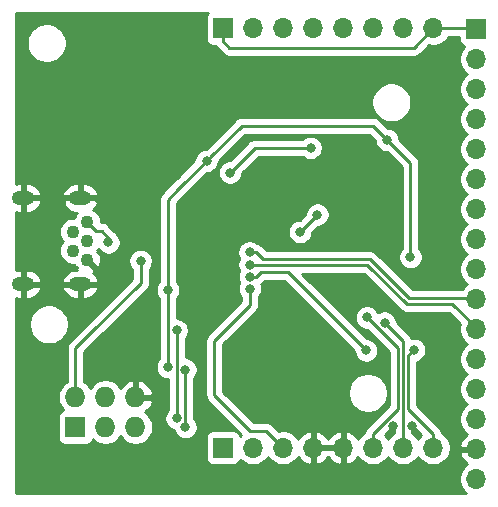
<source format=gbl>
G04 #@! TF.GenerationSoftware,KiCad,Pcbnew,(5.1.6)-1*
G04 #@! TF.CreationDate,2020-08-27T23:19:36-05:00*
G04 #@! TF.ProjectId,PikateaTPM,50696b61-7465-4615-9450-4d2e6b696361,rev?*
G04 #@! TF.SameCoordinates,Original*
G04 #@! TF.FileFunction,Copper,L2,Bot*
G04 #@! TF.FilePolarity,Positive*
%FSLAX46Y46*%
G04 Gerber Fmt 4.6, Leading zero omitted, Abs format (unit mm)*
G04 Created by KiCad (PCBNEW (5.1.6)-1) date 2020-08-27 23:19:36*
%MOMM*%
%LPD*%
G01*
G04 APERTURE LIST*
G04 #@! TA.AperFunction,ComponentPad*
%ADD10R,1.700000X1.700000*%
G04 #@! TD*
G04 #@! TA.AperFunction,ComponentPad*
%ADD11O,1.700000X1.700000*%
G04 #@! TD*
G04 #@! TA.AperFunction,ComponentPad*
%ADD12O,1.727200X1.727200*%
G04 #@! TD*
G04 #@! TA.AperFunction,ComponentPad*
%ADD13R,1.727200X1.727200*%
G04 #@! TD*
G04 #@! TA.AperFunction,ComponentPad*
%ADD14O,1.900000X1.200000*%
G04 #@! TD*
G04 #@! TA.AperFunction,ComponentPad*
%ADD15C,1.100000*%
G04 #@! TD*
G04 #@! TA.AperFunction,ViaPad*
%ADD16C,0.800000*%
G04 #@! TD*
G04 #@! TA.AperFunction,Conductor*
%ADD17C,0.250000*%
G04 #@! TD*
G04 #@! TA.AperFunction,Conductor*
%ADD18C,0.254000*%
G04 #@! TD*
G04 APERTURE END LIST*
D10*
X156200000Y-94800000D03*
D11*
X156200000Y-97340000D03*
X156200000Y-99880000D03*
X156200000Y-102420000D03*
X156200000Y-104960000D03*
X156200000Y-107500000D03*
X156200000Y-110040000D03*
X156200000Y-112580000D03*
X156200000Y-115120000D03*
X156200000Y-117660000D03*
X156200000Y-120200000D03*
X156200000Y-122740000D03*
X156200000Y-125280000D03*
X156200000Y-127820000D03*
X156200000Y-130360000D03*
X156200000Y-132900000D03*
D12*
X127330000Y-125960000D03*
X127330000Y-128500000D03*
X124790000Y-125960000D03*
X124790000Y-128500000D03*
X122250000Y-125960000D03*
D13*
X122250000Y-128500000D03*
D11*
X152530000Y-94750000D03*
X149990000Y-94750000D03*
X147450000Y-94750000D03*
X144910000Y-94750000D03*
X142370000Y-94750000D03*
X139830000Y-94750000D03*
X137290000Y-94750000D03*
D10*
X134750000Y-94750000D03*
D11*
X152530000Y-130250000D03*
X149990000Y-130250000D03*
X147450000Y-130250000D03*
X144910000Y-130250000D03*
X142370000Y-130250000D03*
X139830000Y-130250000D03*
X137290000Y-130250000D03*
D10*
X134750000Y-130250000D03*
D14*
X117814478Y-116400000D03*
X117814478Y-109100000D03*
D15*
X123234478Y-114350000D03*
X122034478Y-113550000D03*
X123234478Y-112750000D03*
X122034478Y-111950000D03*
X123234478Y-111150000D03*
D14*
X122634478Y-109100000D03*
X122634478Y-116400000D03*
D16*
X152260000Y-111210000D03*
X154340000Y-123770000D03*
X149160000Y-128440000D03*
X150760000Y-128440000D03*
X154420000Y-95900000D03*
X130080000Y-123420000D03*
X125040000Y-112870000D03*
X127770000Y-114420000D03*
X130080000Y-116879982D03*
X133350135Y-105965691D03*
X148630062Y-104179950D03*
X150614442Y-114101850D03*
X137000000Y-114740000D03*
X137002653Y-115762653D03*
X146870000Y-122005038D03*
X136990000Y-113700000D03*
X131564173Y-128500000D03*
X131564173Y-123626653D03*
X148422005Y-119655020D03*
X150904817Y-121965000D03*
X142162508Y-104857492D03*
X135334716Y-106958082D03*
X130820000Y-127770000D03*
X130820000Y-120302786D03*
X146930000Y-119205010D03*
X137015306Y-116775306D03*
X142730000Y-110510000D03*
X141260000Y-111980000D03*
D17*
X121434478Y-109100000D02*
X121250000Y-109284478D01*
X122634478Y-109100000D02*
X121434478Y-109100000D01*
X121250000Y-109284478D02*
X121250000Y-110790000D01*
X123834478Y-109100000D02*
X124840000Y-110105522D01*
X122634478Y-109100000D02*
X123834478Y-109100000D01*
X124840000Y-110105522D02*
X124840000Y-110930000D01*
X130968860Y-108346966D02*
X131368859Y-107946967D01*
X131368859Y-107946967D02*
X133350135Y-105965691D01*
X130080000Y-123420000D02*
X130080000Y-109235826D01*
X130080000Y-109235826D02*
X130968860Y-108346966D01*
X134750000Y-94750000D02*
X134750000Y-95850000D01*
X152530000Y-94750000D02*
X150900000Y-96380000D01*
X135280000Y-96380000D02*
X134750000Y-95850000D01*
X150900000Y-96380000D02*
X135280000Y-96380000D01*
X152530000Y-94750000D02*
X156250000Y-94750000D01*
X123234478Y-111150000D02*
X123954478Y-111870000D01*
X123954478Y-111870000D02*
X124460000Y-111870000D01*
X124460000Y-111870000D02*
X125040000Y-112450000D01*
X125040000Y-112450000D02*
X125040000Y-112870000D01*
X122250000Y-125960000D02*
X122250000Y-121830000D01*
X127770000Y-116310000D02*
X127770000Y-114420000D01*
X122250000Y-121830000D02*
X123600000Y-120480000D01*
X123600000Y-120480000D02*
X127770000Y-116310000D01*
X133747011Y-105568815D02*
X136326677Y-102989149D01*
X133350135Y-105965691D02*
X133747011Y-105568815D01*
X144462691Y-102989149D02*
X147439261Y-102989149D01*
X136326677Y-102989149D02*
X144462691Y-102989149D01*
X147439261Y-102989149D02*
X148630062Y-104179950D01*
X150614442Y-114101850D02*
X150614442Y-106164330D01*
X150614442Y-106164330D02*
X148630062Y-104179950D01*
X156250000Y-120150000D02*
X154160010Y-118060010D01*
X137565685Y-114740000D02*
X137000000Y-114740000D01*
X146960000Y-114740000D02*
X137565685Y-114740000D01*
X150280010Y-118060010D02*
X146960000Y-114740000D01*
X154160010Y-118060010D02*
X150280010Y-118060010D01*
X137568338Y-115762653D02*
X137002653Y-115762653D01*
X137970991Y-115360000D02*
X137568338Y-115762653D01*
X140224962Y-115360000D02*
X146870000Y-122005038D01*
X137970991Y-115360000D02*
X140224962Y-115360000D01*
X136990000Y-113700000D02*
X137555685Y-113700000D01*
X137555685Y-113700000D02*
X138145675Y-114289990D01*
X147149829Y-114289990D02*
X138145675Y-114289990D01*
X150469839Y-117610000D02*
X147149829Y-114289990D01*
X156250000Y-117610000D02*
X150469839Y-117610000D01*
X131564173Y-123626653D02*
X131564173Y-128500000D01*
X149990000Y-129047919D02*
X149990000Y-130250000D01*
X148422005Y-119655020D02*
X149989999Y-121223014D01*
X149989999Y-121223014D02*
X149990000Y-129047919D01*
X152530000Y-129047919D02*
X150440010Y-126957929D01*
X152530000Y-130250000D02*
X152530000Y-129047919D01*
X150440010Y-122429807D02*
X150904817Y-121965000D01*
X150440010Y-126957929D02*
X150440010Y-122429807D01*
X137435306Y-104857492D02*
X135334716Y-106958082D01*
X142162508Y-104857492D02*
X137435306Y-104857492D01*
X130820000Y-127770000D02*
X130820000Y-120302786D01*
X147450000Y-129047919D02*
X147450000Y-130250000D01*
X149539990Y-126957929D02*
X147450000Y-129047919D01*
X149539990Y-121815000D02*
X146930000Y-119205010D01*
X149539990Y-126957929D02*
X149539990Y-121815000D01*
X134010000Y-125810000D02*
X137030000Y-128830000D01*
X134010000Y-121175306D02*
X134010000Y-125810000D01*
X137015306Y-118170000D02*
X134010000Y-121175306D01*
X138410000Y-128830000D02*
X139830000Y-130250000D01*
X137015306Y-116775306D02*
X137015306Y-118170000D01*
X137030000Y-128830000D02*
X138410000Y-128830000D01*
X142730000Y-110510000D02*
X141260000Y-111980000D01*
D18*
G36*
X133448815Y-93448815D02*
G01*
X133369463Y-93545506D01*
X133310498Y-93655820D01*
X133274188Y-93775518D01*
X133261928Y-93900000D01*
X133261928Y-95600000D01*
X133274188Y-95724482D01*
X133310498Y-95844180D01*
X133369463Y-95954494D01*
X133448815Y-96051185D01*
X133545506Y-96130537D01*
X133655820Y-96189502D01*
X133775518Y-96225812D01*
X133900000Y-96238072D01*
X134095674Y-96238072D01*
X134115026Y-96274276D01*
X134147203Y-96313483D01*
X134210000Y-96390001D01*
X134238998Y-96413799D01*
X134716200Y-96891002D01*
X134739999Y-96920001D01*
X134855724Y-97014974D01*
X134987753Y-97085546D01*
X135131014Y-97129003D01*
X135242667Y-97140000D01*
X135242676Y-97140000D01*
X135279999Y-97143676D01*
X135317322Y-97140000D01*
X150862678Y-97140000D01*
X150900000Y-97143676D01*
X150937322Y-97140000D01*
X150937333Y-97140000D01*
X151048986Y-97129003D01*
X151192247Y-97085546D01*
X151324276Y-97014974D01*
X151440001Y-96920001D01*
X151463804Y-96890997D01*
X152163592Y-96191209D01*
X152383740Y-96235000D01*
X152676260Y-96235000D01*
X152963158Y-96177932D01*
X153233411Y-96065990D01*
X153476632Y-95903475D01*
X153683475Y-95696632D01*
X153808178Y-95510000D01*
X154711928Y-95510000D01*
X154711928Y-95650000D01*
X154724188Y-95774482D01*
X154760498Y-95894180D01*
X154819463Y-96004494D01*
X154898815Y-96101185D01*
X154995506Y-96180537D01*
X155105820Y-96239502D01*
X155178380Y-96261513D01*
X155046525Y-96393368D01*
X154884010Y-96636589D01*
X154772068Y-96906842D01*
X154715000Y-97193740D01*
X154715000Y-97486260D01*
X154772068Y-97773158D01*
X154884010Y-98043411D01*
X155046525Y-98286632D01*
X155253368Y-98493475D01*
X155427760Y-98610000D01*
X155253368Y-98726525D01*
X155046525Y-98933368D01*
X154884010Y-99176589D01*
X154772068Y-99446842D01*
X154715000Y-99733740D01*
X154715000Y-100026260D01*
X154772068Y-100313158D01*
X154884010Y-100583411D01*
X155046525Y-100826632D01*
X155253368Y-101033475D01*
X155427760Y-101150000D01*
X155253368Y-101266525D01*
X155046525Y-101473368D01*
X154884010Y-101716589D01*
X154772068Y-101986842D01*
X154715000Y-102273740D01*
X154715000Y-102566260D01*
X154772068Y-102853158D01*
X154884010Y-103123411D01*
X155046525Y-103366632D01*
X155253368Y-103573475D01*
X155427760Y-103690000D01*
X155253368Y-103806525D01*
X155046525Y-104013368D01*
X154884010Y-104256589D01*
X154772068Y-104526842D01*
X154715000Y-104813740D01*
X154715000Y-105106260D01*
X154772068Y-105393158D01*
X154884010Y-105663411D01*
X155046525Y-105906632D01*
X155253368Y-106113475D01*
X155427760Y-106230000D01*
X155253368Y-106346525D01*
X155046525Y-106553368D01*
X154884010Y-106796589D01*
X154772068Y-107066842D01*
X154715000Y-107353740D01*
X154715000Y-107646260D01*
X154772068Y-107933158D01*
X154884010Y-108203411D01*
X155046525Y-108446632D01*
X155253368Y-108653475D01*
X155427760Y-108770000D01*
X155253368Y-108886525D01*
X155046525Y-109093368D01*
X154884010Y-109336589D01*
X154772068Y-109606842D01*
X154715000Y-109893740D01*
X154715000Y-110186260D01*
X154772068Y-110473158D01*
X154884010Y-110743411D01*
X155046525Y-110986632D01*
X155253368Y-111193475D01*
X155427760Y-111310000D01*
X155253368Y-111426525D01*
X155046525Y-111633368D01*
X154884010Y-111876589D01*
X154772068Y-112146842D01*
X154715000Y-112433740D01*
X154715000Y-112726260D01*
X154772068Y-113013158D01*
X154884010Y-113283411D01*
X155046525Y-113526632D01*
X155253368Y-113733475D01*
X155427760Y-113850000D01*
X155253368Y-113966525D01*
X155046525Y-114173368D01*
X154884010Y-114416589D01*
X154772068Y-114686842D01*
X154715000Y-114973740D01*
X154715000Y-115266260D01*
X154772068Y-115553158D01*
X154884010Y-115823411D01*
X155046525Y-116066632D01*
X155253368Y-116273475D01*
X155427760Y-116390000D01*
X155253368Y-116506525D01*
X155046525Y-116713368D01*
X154955230Y-116850000D01*
X150784641Y-116850000D01*
X147713633Y-113778993D01*
X147689830Y-113749989D01*
X147574105Y-113655016D01*
X147442076Y-113584444D01*
X147298815Y-113540987D01*
X147187162Y-113529990D01*
X147187151Y-113529990D01*
X147149829Y-113526314D01*
X147112507Y-113529990D01*
X138460477Y-113529990D01*
X138119488Y-113189002D01*
X138095686Y-113159999D01*
X137979961Y-113065026D01*
X137847932Y-112994454D01*
X137704724Y-112951013D01*
X137649774Y-112896063D01*
X137480256Y-112782795D01*
X137291898Y-112704774D01*
X137091939Y-112665000D01*
X136888061Y-112665000D01*
X136688102Y-112704774D01*
X136499744Y-112782795D01*
X136330226Y-112896063D01*
X136186063Y-113040226D01*
X136072795Y-113209744D01*
X135994774Y-113398102D01*
X135955000Y-113598061D01*
X135955000Y-113801939D01*
X135994774Y-114001898D01*
X136072795Y-114190256D01*
X136097669Y-114227483D01*
X136082795Y-114249744D01*
X136004774Y-114438102D01*
X135965000Y-114638061D01*
X135965000Y-114841939D01*
X136004774Y-115041898D01*
X136082795Y-115230256D01*
X136098200Y-115253312D01*
X136085448Y-115272397D01*
X136007427Y-115460755D01*
X135967653Y-115660714D01*
X135967653Y-115864592D01*
X136007427Y-116064551D01*
X136085448Y-116252909D01*
X136102512Y-116278448D01*
X136098101Y-116285050D01*
X136020080Y-116473408D01*
X135980306Y-116673367D01*
X135980306Y-116877245D01*
X136020080Y-117077204D01*
X136098101Y-117265562D01*
X136211369Y-117435080D01*
X136255307Y-117479018D01*
X136255307Y-117855197D01*
X133499003Y-120611502D01*
X133469999Y-120635305D01*
X133430846Y-120683014D01*
X133375026Y-120751030D01*
X133349525Y-120798739D01*
X133304454Y-120883060D01*
X133260997Y-121026321D01*
X133250000Y-121137974D01*
X133250000Y-121137984D01*
X133246324Y-121175306D01*
X133250000Y-121212629D01*
X133250001Y-125772668D01*
X133246324Y-125810000D01*
X133260998Y-125958985D01*
X133304454Y-126102246D01*
X133375026Y-126234276D01*
X133444580Y-126319027D01*
X133470000Y-126350001D01*
X133498998Y-126373799D01*
X136282546Y-129157347D01*
X136211513Y-129228380D01*
X136189502Y-129155820D01*
X136130537Y-129045506D01*
X136051185Y-128948815D01*
X135954494Y-128869463D01*
X135844180Y-128810498D01*
X135724482Y-128774188D01*
X135600000Y-128761928D01*
X133900000Y-128761928D01*
X133775518Y-128774188D01*
X133655820Y-128810498D01*
X133545506Y-128869463D01*
X133448815Y-128948815D01*
X133369463Y-129045506D01*
X133310498Y-129155820D01*
X133274188Y-129275518D01*
X133261928Y-129400000D01*
X133261928Y-131100000D01*
X133274188Y-131224482D01*
X133310498Y-131344180D01*
X133369463Y-131454494D01*
X133448815Y-131551185D01*
X133545506Y-131630537D01*
X133655820Y-131689502D01*
X133775518Y-131725812D01*
X133900000Y-131738072D01*
X135600000Y-131738072D01*
X135724482Y-131725812D01*
X135844180Y-131689502D01*
X135954494Y-131630537D01*
X136051185Y-131551185D01*
X136130537Y-131454494D01*
X136189502Y-131344180D01*
X136211513Y-131271620D01*
X136343368Y-131403475D01*
X136586589Y-131565990D01*
X136856842Y-131677932D01*
X137143740Y-131735000D01*
X137436260Y-131735000D01*
X137723158Y-131677932D01*
X137993411Y-131565990D01*
X138236632Y-131403475D01*
X138443475Y-131196632D01*
X138560000Y-131022240D01*
X138676525Y-131196632D01*
X138883368Y-131403475D01*
X139126589Y-131565990D01*
X139396842Y-131677932D01*
X139683740Y-131735000D01*
X139976260Y-131735000D01*
X140263158Y-131677932D01*
X140533411Y-131565990D01*
X140776632Y-131403475D01*
X140983475Y-131196632D01*
X141105195Y-131014466D01*
X141174822Y-131131355D01*
X141369731Y-131347588D01*
X141603080Y-131521641D01*
X141865901Y-131646825D01*
X142013110Y-131691476D01*
X142243000Y-131570155D01*
X142243000Y-130377000D01*
X142497000Y-130377000D01*
X142497000Y-131570155D01*
X142726890Y-131691476D01*
X142874099Y-131646825D01*
X143136920Y-131521641D01*
X143370269Y-131347588D01*
X143565178Y-131131355D01*
X143640000Y-131005745D01*
X143714822Y-131131355D01*
X143909731Y-131347588D01*
X144143080Y-131521641D01*
X144405901Y-131646825D01*
X144553110Y-131691476D01*
X144783000Y-131570155D01*
X144783000Y-130377000D01*
X142497000Y-130377000D01*
X142243000Y-130377000D01*
X142223000Y-130377000D01*
X142223000Y-130123000D01*
X142243000Y-130123000D01*
X142243000Y-128929845D01*
X142497000Y-128929845D01*
X142497000Y-130123000D01*
X144783000Y-130123000D01*
X144783000Y-128929845D01*
X145037000Y-128929845D01*
X145037000Y-130123000D01*
X145057000Y-130123000D01*
X145057000Y-130377000D01*
X145037000Y-130377000D01*
X145037000Y-131570155D01*
X145266890Y-131691476D01*
X145414099Y-131646825D01*
X145676920Y-131521641D01*
X145910269Y-131347588D01*
X146105178Y-131131355D01*
X146174805Y-131014466D01*
X146296525Y-131196632D01*
X146503368Y-131403475D01*
X146746589Y-131565990D01*
X147016842Y-131677932D01*
X147303740Y-131735000D01*
X147596260Y-131735000D01*
X147883158Y-131677932D01*
X148153411Y-131565990D01*
X148396632Y-131403475D01*
X148603475Y-131196632D01*
X148720000Y-131022240D01*
X148836525Y-131196632D01*
X149043368Y-131403475D01*
X149286589Y-131565990D01*
X149556842Y-131677932D01*
X149843740Y-131735000D01*
X150136260Y-131735000D01*
X150423158Y-131677932D01*
X150693411Y-131565990D01*
X150936632Y-131403475D01*
X151143475Y-131196632D01*
X151260000Y-131022240D01*
X151376525Y-131196632D01*
X151583368Y-131403475D01*
X151826589Y-131565990D01*
X152096842Y-131677932D01*
X152383740Y-131735000D01*
X152676260Y-131735000D01*
X152963158Y-131677932D01*
X153233411Y-131565990D01*
X153476632Y-131403475D01*
X153683475Y-131196632D01*
X153845990Y-130953411D01*
X153957932Y-130683158D01*
X154015000Y-130396260D01*
X154015000Y-130103740D01*
X153957932Y-129816842D01*
X153845990Y-129546589D01*
X153683475Y-129303368D01*
X153476632Y-129096525D01*
X153285913Y-128969091D01*
X153279003Y-128898933D01*
X153235546Y-128755672D01*
X153164974Y-128623643D01*
X153070001Y-128507918D01*
X153041003Y-128484120D01*
X151200010Y-126643128D01*
X151200010Y-122961560D01*
X151206715Y-122960226D01*
X151395073Y-122882205D01*
X151564591Y-122768937D01*
X151708754Y-122624774D01*
X151822022Y-122455256D01*
X151900043Y-122266898D01*
X151939817Y-122066939D01*
X151939817Y-121863061D01*
X151900043Y-121663102D01*
X151822022Y-121474744D01*
X151708754Y-121305226D01*
X151564591Y-121161063D01*
X151395073Y-121047795D01*
X151206715Y-120969774D01*
X151006756Y-120930000D01*
X150802878Y-120930000D01*
X150701432Y-120950179D01*
X150695544Y-120930767D01*
X150624972Y-120798737D01*
X150553798Y-120712010D01*
X150553788Y-120712000D01*
X150529999Y-120683013D01*
X150501012Y-120659224D01*
X149457005Y-119615218D01*
X149457005Y-119553081D01*
X149417231Y-119353122D01*
X149339210Y-119164764D01*
X149225942Y-118995246D01*
X149081779Y-118851083D01*
X148912261Y-118737815D01*
X148723903Y-118659794D01*
X148523944Y-118620020D01*
X148320066Y-118620020D01*
X148120107Y-118659794D01*
X147931749Y-118737815D01*
X147873013Y-118777061D01*
X147847205Y-118714754D01*
X147733937Y-118545236D01*
X147589774Y-118401073D01*
X147420256Y-118287805D01*
X147231898Y-118209784D01*
X147031939Y-118170010D01*
X146828061Y-118170010D01*
X146628102Y-118209784D01*
X146439744Y-118287805D01*
X146270226Y-118401073D01*
X146126063Y-118545236D01*
X146012795Y-118714754D01*
X145934774Y-118903112D01*
X145895000Y-119103071D01*
X145895000Y-119306949D01*
X145934774Y-119506908D01*
X146012795Y-119695266D01*
X146126063Y-119864784D01*
X146270226Y-120008947D01*
X146439744Y-120122215D01*
X146628102Y-120200236D01*
X146828061Y-120240010D01*
X146890199Y-120240010D01*
X148779991Y-122129803D01*
X148779990Y-126643127D01*
X146939003Y-128484115D01*
X146909999Y-128507918D01*
X146855819Y-128573937D01*
X146815026Y-128623643D01*
X146784360Y-128681015D01*
X146744454Y-128755673D01*
X146700997Y-128898934D01*
X146694087Y-128969091D01*
X146503368Y-129096525D01*
X146296525Y-129303368D01*
X146174805Y-129485534D01*
X146105178Y-129368645D01*
X145910269Y-129152412D01*
X145676920Y-128978359D01*
X145414099Y-128853175D01*
X145266890Y-128808524D01*
X145037000Y-128929845D01*
X144783000Y-128929845D01*
X144553110Y-128808524D01*
X144405901Y-128853175D01*
X144143080Y-128978359D01*
X143909731Y-129152412D01*
X143714822Y-129368645D01*
X143640000Y-129494255D01*
X143565178Y-129368645D01*
X143370269Y-129152412D01*
X143136920Y-128978359D01*
X142874099Y-128853175D01*
X142726890Y-128808524D01*
X142497000Y-128929845D01*
X142243000Y-128929845D01*
X142013110Y-128808524D01*
X141865901Y-128853175D01*
X141603080Y-128978359D01*
X141369731Y-129152412D01*
X141174822Y-129368645D01*
X141105195Y-129485534D01*
X140983475Y-129303368D01*
X140776632Y-129096525D01*
X140533411Y-128934010D01*
X140263158Y-128822068D01*
X139976260Y-128765000D01*
X139683740Y-128765000D01*
X139463592Y-128808791D01*
X138973804Y-128319003D01*
X138950001Y-128289999D01*
X138834276Y-128195026D01*
X138702247Y-128124454D01*
X138558986Y-128080997D01*
X138447333Y-128070000D01*
X138447322Y-128070000D01*
X138410000Y-128066324D01*
X138372678Y-128070000D01*
X137344802Y-128070000D01*
X134770000Y-125495199D01*
X134770000Y-125432881D01*
X145303210Y-125432881D01*
X145303210Y-125767119D01*
X145368417Y-126094935D01*
X145496324Y-126403731D01*
X145682017Y-126681641D01*
X145918359Y-126917983D01*
X146196269Y-127103676D01*
X146505065Y-127231583D01*
X146832881Y-127296790D01*
X147167119Y-127296790D01*
X147494935Y-127231583D01*
X147803731Y-127103676D01*
X148081641Y-126917983D01*
X148317983Y-126681641D01*
X148503676Y-126403731D01*
X148631583Y-126094935D01*
X148696790Y-125767119D01*
X148696790Y-125432881D01*
X148631583Y-125105065D01*
X148503676Y-124796269D01*
X148317983Y-124518359D01*
X148081641Y-124282017D01*
X147803731Y-124096324D01*
X147494935Y-123968417D01*
X147167119Y-123903210D01*
X146832881Y-123903210D01*
X146505065Y-123968417D01*
X146196269Y-124096324D01*
X145918359Y-124282017D01*
X145682017Y-124518359D01*
X145496324Y-124796269D01*
X145368417Y-125105065D01*
X145303210Y-125432881D01*
X134770000Y-125432881D01*
X134770000Y-121490107D01*
X137526309Y-118733799D01*
X137555307Y-118710001D01*
X137650280Y-118594276D01*
X137720852Y-118462247D01*
X137764309Y-118318986D01*
X137775306Y-118207333D01*
X137778983Y-118170000D01*
X137775306Y-118132667D01*
X137775306Y-117479017D01*
X137819243Y-117435080D01*
X137932511Y-117265562D01*
X138010532Y-117077204D01*
X138050306Y-116877245D01*
X138050306Y-116673367D01*
X138010532Y-116473408D01*
X137981584Y-116403523D01*
X137992614Y-116397627D01*
X138108339Y-116302654D01*
X138132142Y-116273650D01*
X138285792Y-116120000D01*
X139910161Y-116120000D01*
X145835000Y-122044840D01*
X145835000Y-122106977D01*
X145874774Y-122306936D01*
X145952795Y-122495294D01*
X146066063Y-122664812D01*
X146210226Y-122808975D01*
X146379744Y-122922243D01*
X146568102Y-123000264D01*
X146768061Y-123040038D01*
X146971939Y-123040038D01*
X147171898Y-123000264D01*
X147360256Y-122922243D01*
X147529774Y-122808975D01*
X147673937Y-122664812D01*
X147787205Y-122495294D01*
X147865226Y-122306936D01*
X147905000Y-122106977D01*
X147905000Y-121903099D01*
X147865226Y-121703140D01*
X147787205Y-121514782D01*
X147673937Y-121345264D01*
X147529774Y-121201101D01*
X147360256Y-121087833D01*
X147171898Y-121009812D01*
X146971939Y-120970038D01*
X146909802Y-120970038D01*
X141439763Y-115500000D01*
X146645199Y-115500000D01*
X149716210Y-118571012D01*
X149740009Y-118600011D01*
X149855734Y-118694984D01*
X149987763Y-118765556D01*
X150131024Y-118809013D01*
X150242677Y-118820010D01*
X150242686Y-118820010D01*
X150280009Y-118823686D01*
X150317332Y-118820010D01*
X153845209Y-118820010D01*
X154777918Y-119752719D01*
X154772068Y-119766842D01*
X154715000Y-120053740D01*
X154715000Y-120346260D01*
X154772068Y-120633158D01*
X154884010Y-120903411D01*
X155046525Y-121146632D01*
X155253368Y-121353475D01*
X155427760Y-121470000D01*
X155253368Y-121586525D01*
X155046525Y-121793368D01*
X154884010Y-122036589D01*
X154772068Y-122306842D01*
X154715000Y-122593740D01*
X154715000Y-122886260D01*
X154772068Y-123173158D01*
X154884010Y-123443411D01*
X155046525Y-123686632D01*
X155253368Y-123893475D01*
X155427760Y-124010000D01*
X155253368Y-124126525D01*
X155046525Y-124333368D01*
X154884010Y-124576589D01*
X154772068Y-124846842D01*
X154715000Y-125133740D01*
X154715000Y-125426260D01*
X154772068Y-125713158D01*
X154884010Y-125983411D01*
X155046525Y-126226632D01*
X155253368Y-126433475D01*
X155427760Y-126550000D01*
X155253368Y-126666525D01*
X155046525Y-126873368D01*
X154884010Y-127116589D01*
X154772068Y-127386842D01*
X154715000Y-127673740D01*
X154715000Y-127966260D01*
X154772068Y-128253158D01*
X154884010Y-128523411D01*
X155046525Y-128766632D01*
X155253368Y-128973475D01*
X155435534Y-129095195D01*
X155318645Y-129164822D01*
X155102412Y-129359731D01*
X154928359Y-129593080D01*
X154803175Y-129855901D01*
X154758524Y-130003110D01*
X154879845Y-130233000D01*
X156073000Y-130233000D01*
X156073000Y-130213000D01*
X156327000Y-130213000D01*
X156327000Y-130233000D01*
X156347000Y-130233000D01*
X156347000Y-130487000D01*
X156327000Y-130487000D01*
X156327000Y-130507000D01*
X156073000Y-130507000D01*
X156073000Y-130487000D01*
X154879845Y-130487000D01*
X154758524Y-130716890D01*
X154803175Y-130864099D01*
X154928359Y-131126920D01*
X155102412Y-131360269D01*
X155318645Y-131555178D01*
X155435534Y-131624805D01*
X155253368Y-131746525D01*
X155046525Y-131953368D01*
X154884010Y-132196589D01*
X154772068Y-132466842D01*
X154715000Y-132753740D01*
X154715000Y-133046260D01*
X154772068Y-133333158D01*
X154884010Y-133603411D01*
X155046525Y-133846632D01*
X155253368Y-134053475D01*
X155345447Y-134115000D01*
X117185000Y-134115000D01*
X117185000Y-127636400D01*
X120748328Y-127636400D01*
X120748328Y-129363600D01*
X120760588Y-129488082D01*
X120796898Y-129607780D01*
X120855863Y-129718094D01*
X120935215Y-129814785D01*
X121031906Y-129894137D01*
X121142220Y-129953102D01*
X121261918Y-129989412D01*
X121386400Y-130001672D01*
X123113600Y-130001672D01*
X123238082Y-129989412D01*
X123357780Y-129953102D01*
X123468094Y-129894137D01*
X123564785Y-129814785D01*
X123644137Y-129718094D01*
X123703102Y-129607780D01*
X123720636Y-129549977D01*
X123834698Y-129664039D01*
X124080147Y-129828042D01*
X124352875Y-129941010D01*
X124642401Y-129998600D01*
X124937599Y-129998600D01*
X125227125Y-129941010D01*
X125499853Y-129828042D01*
X125745302Y-129664039D01*
X125954039Y-129455302D01*
X126060000Y-129296719D01*
X126165961Y-129455302D01*
X126374698Y-129664039D01*
X126620147Y-129828042D01*
X126892875Y-129941010D01*
X127182401Y-129998600D01*
X127477599Y-129998600D01*
X127767125Y-129941010D01*
X128039853Y-129828042D01*
X128285302Y-129664039D01*
X128494039Y-129455302D01*
X128658042Y-129209853D01*
X128771010Y-128937125D01*
X128828600Y-128647599D01*
X128828600Y-128352401D01*
X128771010Y-128062875D01*
X128658042Y-127790147D01*
X128494039Y-127544698D01*
X128285302Y-127335961D01*
X128124187Y-127228308D01*
X128340293Y-127066854D01*
X128536817Y-126848488D01*
X128686964Y-126595978D01*
X128784963Y-126319027D01*
X128664464Y-126087000D01*
X127457000Y-126087000D01*
X127457000Y-126107000D01*
X127203000Y-126107000D01*
X127203000Y-126087000D01*
X127183000Y-126087000D01*
X127183000Y-125833000D01*
X127203000Y-125833000D01*
X127203000Y-124626183D01*
X127457000Y-124626183D01*
X127457000Y-125833000D01*
X128664464Y-125833000D01*
X128784963Y-125600973D01*
X128686964Y-125324022D01*
X128536817Y-125071512D01*
X128340293Y-124853146D01*
X128104944Y-124677316D01*
X127839814Y-124550778D01*
X127689026Y-124505042D01*
X127457000Y-124626183D01*
X127203000Y-124626183D01*
X126970974Y-124505042D01*
X126820186Y-124550778D01*
X126555056Y-124677316D01*
X126319707Y-124853146D01*
X126123183Y-125071512D01*
X126064559Y-125170103D01*
X125954039Y-125004698D01*
X125745302Y-124795961D01*
X125499853Y-124631958D01*
X125227125Y-124518990D01*
X124937599Y-124461400D01*
X124642401Y-124461400D01*
X124352875Y-124518990D01*
X124080147Y-124631958D01*
X123834698Y-124795961D01*
X123625961Y-125004698D01*
X123520000Y-125163281D01*
X123414039Y-125004698D01*
X123205302Y-124795961D01*
X123010000Y-124665465D01*
X123010000Y-122144801D01*
X124163799Y-120991003D01*
X124163804Y-120990997D01*
X128281004Y-116873798D01*
X128310001Y-116850001D01*
X128369055Y-116778043D01*
X129045000Y-116778043D01*
X129045000Y-116981921D01*
X129084774Y-117181880D01*
X129162795Y-117370238D01*
X129276063Y-117539756D01*
X129320000Y-117583693D01*
X129320000Y-122716289D01*
X129276063Y-122760226D01*
X129162795Y-122929744D01*
X129084774Y-123118102D01*
X129045000Y-123318061D01*
X129045000Y-123521939D01*
X129084774Y-123721898D01*
X129162795Y-123910256D01*
X129276063Y-124079774D01*
X129420226Y-124223937D01*
X129589744Y-124337205D01*
X129778102Y-124415226D01*
X129978061Y-124455000D01*
X130060000Y-124455000D01*
X130060000Y-127066289D01*
X130016063Y-127110226D01*
X129902795Y-127279744D01*
X129824774Y-127468102D01*
X129785000Y-127668061D01*
X129785000Y-127871939D01*
X129824774Y-128071898D01*
X129902795Y-128260256D01*
X130016063Y-128429774D01*
X130160226Y-128573937D01*
X130329744Y-128687205D01*
X130518102Y-128765226D01*
X130563447Y-128774246D01*
X130568947Y-128801898D01*
X130646968Y-128990256D01*
X130760236Y-129159774D01*
X130904399Y-129303937D01*
X131073917Y-129417205D01*
X131262275Y-129495226D01*
X131462234Y-129535000D01*
X131666112Y-129535000D01*
X131866071Y-129495226D01*
X132054429Y-129417205D01*
X132223947Y-129303937D01*
X132368110Y-129159774D01*
X132481378Y-128990256D01*
X132559399Y-128801898D01*
X132599173Y-128601939D01*
X132599173Y-128398061D01*
X132559399Y-128198102D01*
X132481378Y-128009744D01*
X132368110Y-127840226D01*
X132324173Y-127796289D01*
X132324173Y-124330364D01*
X132368110Y-124286427D01*
X132481378Y-124116909D01*
X132559399Y-123928551D01*
X132599173Y-123728592D01*
X132599173Y-123524714D01*
X132559399Y-123324755D01*
X132481378Y-123136397D01*
X132368110Y-122966879D01*
X132223947Y-122822716D01*
X132054429Y-122709448D01*
X131866071Y-122631427D01*
X131666112Y-122591653D01*
X131580000Y-122591653D01*
X131580000Y-121006497D01*
X131623937Y-120962560D01*
X131737205Y-120793042D01*
X131815226Y-120604684D01*
X131855000Y-120404725D01*
X131855000Y-120200847D01*
X131815226Y-120000888D01*
X131737205Y-119812530D01*
X131623937Y-119643012D01*
X131479774Y-119498849D01*
X131310256Y-119385581D01*
X131121898Y-119307560D01*
X130921939Y-119267786D01*
X130840000Y-119267786D01*
X130840000Y-117583693D01*
X130883937Y-117539756D01*
X130997205Y-117370238D01*
X131075226Y-117181880D01*
X131115000Y-116981921D01*
X131115000Y-116778043D01*
X131075226Y-116578084D01*
X130997205Y-116389726D01*
X130883937Y-116220208D01*
X130840000Y-116176271D01*
X130840000Y-111878061D01*
X140225000Y-111878061D01*
X140225000Y-112081939D01*
X140264774Y-112281898D01*
X140342795Y-112470256D01*
X140456063Y-112639774D01*
X140600226Y-112783937D01*
X140769744Y-112897205D01*
X140958102Y-112975226D01*
X141158061Y-113015000D01*
X141361939Y-113015000D01*
X141561898Y-112975226D01*
X141750256Y-112897205D01*
X141919774Y-112783937D01*
X142063937Y-112639774D01*
X142177205Y-112470256D01*
X142255226Y-112281898D01*
X142295000Y-112081939D01*
X142295000Y-112019801D01*
X142769802Y-111545000D01*
X142831939Y-111545000D01*
X143031898Y-111505226D01*
X143220256Y-111427205D01*
X143389774Y-111313937D01*
X143533937Y-111169774D01*
X143647205Y-111000256D01*
X143725226Y-110811898D01*
X143765000Y-110611939D01*
X143765000Y-110408061D01*
X143725226Y-110208102D01*
X143647205Y-110019744D01*
X143533937Y-109850226D01*
X143389774Y-109706063D01*
X143220256Y-109592795D01*
X143031898Y-109514774D01*
X142831939Y-109475000D01*
X142628061Y-109475000D01*
X142428102Y-109514774D01*
X142239744Y-109592795D01*
X142070226Y-109706063D01*
X141926063Y-109850226D01*
X141812795Y-110019744D01*
X141734774Y-110208102D01*
X141695000Y-110408061D01*
X141695000Y-110470198D01*
X141220199Y-110945000D01*
X141158061Y-110945000D01*
X140958102Y-110984774D01*
X140769744Y-111062795D01*
X140600226Y-111176063D01*
X140456063Y-111320226D01*
X140342795Y-111489744D01*
X140264774Y-111678102D01*
X140225000Y-111878061D01*
X130840000Y-111878061D01*
X130840000Y-109550627D01*
X131532659Y-108857969D01*
X131532664Y-108857963D01*
X131932658Y-108457969D01*
X133389937Y-107000691D01*
X133452074Y-107000691D01*
X133652033Y-106960917D01*
X133840391Y-106882896D01*
X133880429Y-106856143D01*
X134299716Y-106856143D01*
X134299716Y-107060021D01*
X134339490Y-107259980D01*
X134417511Y-107448338D01*
X134530779Y-107617856D01*
X134674942Y-107762019D01*
X134844460Y-107875287D01*
X135032818Y-107953308D01*
X135232777Y-107993082D01*
X135436655Y-107993082D01*
X135636614Y-107953308D01*
X135824972Y-107875287D01*
X135994490Y-107762019D01*
X136138653Y-107617856D01*
X136251921Y-107448338D01*
X136329942Y-107259980D01*
X136369716Y-107060021D01*
X136369716Y-106997883D01*
X137750108Y-105617492D01*
X141458797Y-105617492D01*
X141502734Y-105661429D01*
X141672252Y-105774697D01*
X141860610Y-105852718D01*
X142060569Y-105892492D01*
X142264447Y-105892492D01*
X142464406Y-105852718D01*
X142652764Y-105774697D01*
X142822282Y-105661429D01*
X142966445Y-105517266D01*
X143079713Y-105347748D01*
X143157734Y-105159390D01*
X143197508Y-104959431D01*
X143197508Y-104755553D01*
X143157734Y-104555594D01*
X143079713Y-104367236D01*
X142966445Y-104197718D01*
X142822282Y-104053555D01*
X142652764Y-103940287D01*
X142464406Y-103862266D01*
X142264447Y-103822492D01*
X142060569Y-103822492D01*
X141860610Y-103862266D01*
X141672252Y-103940287D01*
X141502734Y-104053555D01*
X141458797Y-104097492D01*
X137472629Y-104097492D01*
X137435306Y-104093816D01*
X137397983Y-104097492D01*
X137397973Y-104097492D01*
X137286320Y-104108489D01*
X137143059Y-104151946D01*
X137011030Y-104222518D01*
X136895305Y-104317491D01*
X136871507Y-104346489D01*
X135294915Y-105923082D01*
X135232777Y-105923082D01*
X135032818Y-105962856D01*
X134844460Y-106040877D01*
X134674942Y-106154145D01*
X134530779Y-106298308D01*
X134417511Y-106467826D01*
X134339490Y-106656184D01*
X134299716Y-106856143D01*
X133880429Y-106856143D01*
X134009909Y-106769628D01*
X134154072Y-106625465D01*
X134267340Y-106455947D01*
X134345361Y-106267589D01*
X134385135Y-106067630D01*
X134385135Y-106005492D01*
X136641479Y-103749149D01*
X147124460Y-103749149D01*
X147595062Y-104219752D01*
X147595062Y-104281889D01*
X147634836Y-104481848D01*
X147712857Y-104670206D01*
X147826125Y-104839724D01*
X147970288Y-104983887D01*
X148139806Y-105097155D01*
X148328164Y-105175176D01*
X148528123Y-105214950D01*
X148590261Y-105214950D01*
X149854443Y-106479133D01*
X149854442Y-113398139D01*
X149810505Y-113442076D01*
X149697237Y-113611594D01*
X149619216Y-113799952D01*
X149579442Y-113999911D01*
X149579442Y-114203789D01*
X149619216Y-114403748D01*
X149697237Y-114592106D01*
X149810505Y-114761624D01*
X149954668Y-114905787D01*
X150124186Y-115019055D01*
X150312544Y-115097076D01*
X150512503Y-115136850D01*
X150716381Y-115136850D01*
X150916340Y-115097076D01*
X151104698Y-115019055D01*
X151274216Y-114905787D01*
X151418379Y-114761624D01*
X151531647Y-114592106D01*
X151609668Y-114403748D01*
X151649442Y-114203789D01*
X151649442Y-113999911D01*
X151609668Y-113799952D01*
X151531647Y-113611594D01*
X151418379Y-113442076D01*
X151374442Y-113398139D01*
X151374442Y-106201652D01*
X151378118Y-106164329D01*
X151374442Y-106127006D01*
X151374442Y-106126997D01*
X151363445Y-106015344D01*
X151319988Y-105872083D01*
X151290388Y-105816706D01*
X151249416Y-105740053D01*
X151178241Y-105653327D01*
X151154443Y-105624329D01*
X151125445Y-105600531D01*
X149665062Y-104140149D01*
X149665062Y-104078011D01*
X149625288Y-103878052D01*
X149547267Y-103689694D01*
X149433999Y-103520176D01*
X149289836Y-103376013D01*
X149120318Y-103262745D01*
X148931960Y-103184724D01*
X148732001Y-103144950D01*
X148669864Y-103144950D01*
X148003065Y-102478152D01*
X147979262Y-102449148D01*
X147863537Y-102354175D01*
X147731508Y-102283603D01*
X147588247Y-102240146D01*
X147476594Y-102229149D01*
X147476583Y-102229149D01*
X147439261Y-102225473D01*
X147401939Y-102229149D01*
X136364002Y-102229149D01*
X136326677Y-102225473D01*
X136289352Y-102229149D01*
X136289344Y-102229149D01*
X136177691Y-102240146D01*
X136034430Y-102283603D01*
X135902401Y-102354175D01*
X135786676Y-102449148D01*
X135762878Y-102478146D01*
X133310334Y-104930691D01*
X133248196Y-104930691D01*
X133048237Y-104970465D01*
X132859879Y-105048486D01*
X132690361Y-105161754D01*
X132546198Y-105305917D01*
X132432930Y-105475435D01*
X132354909Y-105663793D01*
X132315135Y-105863752D01*
X132315135Y-105925889D01*
X130857857Y-107383168D01*
X130457863Y-107783162D01*
X130457857Y-107783167D01*
X129568998Y-108672027D01*
X129540000Y-108695825D01*
X129516202Y-108724823D01*
X129516201Y-108724824D01*
X129445026Y-108811550D01*
X129374454Y-108943580D01*
X129330998Y-109086841D01*
X129316324Y-109235826D01*
X129320001Y-109273158D01*
X129320001Y-116176270D01*
X129276063Y-116220208D01*
X129162795Y-116389726D01*
X129084774Y-116578084D01*
X129045000Y-116778043D01*
X128369055Y-116778043D01*
X128404974Y-116734276D01*
X128475546Y-116602247D01*
X128519003Y-116458986D01*
X128530000Y-116347333D01*
X128530000Y-116347332D01*
X128533677Y-116310000D01*
X128530000Y-116272667D01*
X128530000Y-115123711D01*
X128573937Y-115079774D01*
X128687205Y-114910256D01*
X128765226Y-114721898D01*
X128805000Y-114521939D01*
X128805000Y-114318061D01*
X128765226Y-114118102D01*
X128687205Y-113929744D01*
X128573937Y-113760226D01*
X128429774Y-113616063D01*
X128260256Y-113502795D01*
X128071898Y-113424774D01*
X127871939Y-113385000D01*
X127668061Y-113385000D01*
X127468102Y-113424774D01*
X127279744Y-113502795D01*
X127110226Y-113616063D01*
X126966063Y-113760226D01*
X126852795Y-113929744D01*
X126774774Y-114118102D01*
X126735000Y-114318061D01*
X126735000Y-114521939D01*
X126774774Y-114721898D01*
X126852795Y-114910256D01*
X126966063Y-115079774D01*
X127010001Y-115123712D01*
X127010000Y-115995198D01*
X123089003Y-119916196D01*
X123088997Y-119916201D01*
X121738998Y-121266201D01*
X121710000Y-121289999D01*
X121686202Y-121318997D01*
X121686201Y-121318998D01*
X121615026Y-121405724D01*
X121544454Y-121537754D01*
X121517100Y-121627932D01*
X121500998Y-121681014D01*
X121492922Y-121763014D01*
X121486324Y-121830000D01*
X121490001Y-121867332D01*
X121490000Y-124665465D01*
X121294698Y-124795961D01*
X121085961Y-125004698D01*
X120921958Y-125250147D01*
X120808990Y-125522875D01*
X120751400Y-125812401D01*
X120751400Y-126107599D01*
X120808990Y-126397125D01*
X120921958Y-126669853D01*
X121085961Y-126915302D01*
X121200023Y-127029364D01*
X121142220Y-127046898D01*
X121031906Y-127105863D01*
X120935215Y-127185215D01*
X120855863Y-127281906D01*
X120796898Y-127392220D01*
X120760588Y-127511918D01*
X120748328Y-127636400D01*
X117185000Y-127636400D01*
X117185000Y-119632881D01*
X118303210Y-119632881D01*
X118303210Y-119967119D01*
X118368417Y-120294935D01*
X118496324Y-120603731D01*
X118682017Y-120881641D01*
X118918359Y-121117983D01*
X119196269Y-121303676D01*
X119505065Y-121431583D01*
X119832881Y-121496790D01*
X120167119Y-121496790D01*
X120494935Y-121431583D01*
X120803731Y-121303676D01*
X121081641Y-121117983D01*
X121317983Y-120881641D01*
X121503676Y-120603731D01*
X121631583Y-120294935D01*
X121696790Y-119967119D01*
X121696790Y-119632881D01*
X121631583Y-119305065D01*
X121503676Y-118996269D01*
X121317983Y-118718359D01*
X121081641Y-118482017D01*
X120803731Y-118296324D01*
X120494935Y-118168417D01*
X120167119Y-118103210D01*
X119832881Y-118103210D01*
X119505065Y-118168417D01*
X119196269Y-118296324D01*
X118918359Y-118482017D01*
X118682017Y-118718359D01*
X118496324Y-118996269D01*
X118368417Y-119305065D01*
X118303210Y-119632881D01*
X117185000Y-119632881D01*
X117185000Y-117603988D01*
X117337478Y-117635000D01*
X117687478Y-117635000D01*
X117687478Y-116527000D01*
X117941478Y-116527000D01*
X117941478Y-117635000D01*
X118291478Y-117635000D01*
X118529974Y-117586493D01*
X118754424Y-117492390D01*
X118956203Y-117356307D01*
X119127556Y-117183474D01*
X119261899Y-116980533D01*
X119354069Y-116755282D01*
X119357940Y-116717609D01*
X121091016Y-116717609D01*
X121094887Y-116755282D01*
X121187057Y-116980533D01*
X121321400Y-117183474D01*
X121492753Y-117356307D01*
X121694532Y-117492390D01*
X121918982Y-117586493D01*
X122157478Y-117635000D01*
X122507478Y-117635000D01*
X122507478Y-116527000D01*
X122761478Y-116527000D01*
X122761478Y-117635000D01*
X123111478Y-117635000D01*
X123349974Y-117586493D01*
X123574424Y-117492390D01*
X123776203Y-117356307D01*
X123947556Y-117183474D01*
X124081899Y-116980533D01*
X124174069Y-116755282D01*
X124177940Y-116717609D01*
X124053209Y-116527000D01*
X122761478Y-116527000D01*
X122507478Y-116527000D01*
X121215747Y-116527000D01*
X121091016Y-116717609D01*
X119357940Y-116717609D01*
X119233209Y-116527000D01*
X117941478Y-116527000D01*
X117687478Y-116527000D01*
X117667478Y-116527000D01*
X117667478Y-116273000D01*
X117687478Y-116273000D01*
X117687478Y-115165000D01*
X117941478Y-115165000D01*
X117941478Y-116273000D01*
X119233209Y-116273000D01*
X119357940Y-116082391D01*
X119354069Y-116044718D01*
X119261899Y-115819467D01*
X119127556Y-115616526D01*
X118956203Y-115443693D01*
X118754424Y-115307610D01*
X118529974Y-115213507D01*
X118291478Y-115165000D01*
X117941478Y-115165000D01*
X117687478Y-115165000D01*
X117337478Y-115165000D01*
X117185000Y-115196012D01*
X117185000Y-111833288D01*
X120849478Y-111833288D01*
X120849478Y-112066712D01*
X120895017Y-112295652D01*
X120984344Y-112511308D01*
X121114028Y-112705394D01*
X121158634Y-112750000D01*
X121114028Y-112794606D01*
X120984344Y-112988692D01*
X120895017Y-113204348D01*
X120849478Y-113433288D01*
X120849478Y-113666712D01*
X120895017Y-113895652D01*
X120984344Y-114111308D01*
X121114028Y-114305394D01*
X121279084Y-114470450D01*
X121473170Y-114600134D01*
X121688826Y-114689461D01*
X121917766Y-114735000D01*
X122113145Y-114735000D01*
X122167670Y-114878934D01*
X122202000Y-114943159D01*
X122420496Y-114984374D01*
X122303133Y-115101737D01*
X122366396Y-115165000D01*
X122157478Y-115165000D01*
X121918982Y-115213507D01*
X121694532Y-115307610D01*
X121492753Y-115443693D01*
X121321400Y-115616526D01*
X121187057Y-115819467D01*
X121094887Y-116044718D01*
X121091016Y-116082391D01*
X121215747Y-116273000D01*
X122507478Y-116273000D01*
X122507478Y-116253000D01*
X122761478Y-116253000D01*
X122761478Y-116273000D01*
X124053209Y-116273000D01*
X124177940Y-116082391D01*
X124174069Y-116044718D01*
X124081899Y-115819467D01*
X123947556Y-115616526D01*
X123776203Y-115443693D01*
X123746076Y-115423375D01*
X123763412Y-115416808D01*
X123827637Y-115382478D01*
X123868852Y-115163979D01*
X123234478Y-114529605D01*
X123220336Y-114543748D01*
X123040731Y-114364143D01*
X123054873Y-114350000D01*
X123040731Y-114335858D01*
X123220336Y-114156253D01*
X123234478Y-114170395D01*
X123248621Y-114156253D01*
X123428226Y-114335858D01*
X123414083Y-114350000D01*
X124048457Y-114984374D01*
X124266956Y-114943159D01*
X124362837Y-114730335D01*
X124415356Y-114502895D01*
X124422494Y-114269579D01*
X124383978Y-114039354D01*
X124301286Y-113821066D01*
X124266956Y-113756841D01*
X124048460Y-113715626D01*
X124165823Y-113598263D01*
X124113941Y-113546381D01*
X124154928Y-113505394D01*
X124187350Y-113456870D01*
X124236063Y-113529774D01*
X124380226Y-113673937D01*
X124549744Y-113787205D01*
X124738102Y-113865226D01*
X124938061Y-113905000D01*
X125141939Y-113905000D01*
X125341898Y-113865226D01*
X125530256Y-113787205D01*
X125699774Y-113673937D01*
X125843937Y-113529774D01*
X125957205Y-113360256D01*
X126035226Y-113171898D01*
X126075000Y-112971939D01*
X126075000Y-112768061D01*
X126035226Y-112568102D01*
X125957205Y-112379744D01*
X125843937Y-112210226D01*
X125699774Y-112066063D01*
X125694737Y-112062697D01*
X125674974Y-112025724D01*
X125580001Y-111909999D01*
X125551004Y-111886202D01*
X125023803Y-111359002D01*
X125000001Y-111329999D01*
X124884276Y-111235026D01*
X124752247Y-111164454D01*
X124608986Y-111120997D01*
X124497333Y-111110000D01*
X124497322Y-111110000D01*
X124460000Y-111106324D01*
X124422678Y-111110000D01*
X124419478Y-111110000D01*
X124419478Y-111033288D01*
X124373939Y-110804348D01*
X124284612Y-110588692D01*
X124154928Y-110394606D01*
X123989872Y-110229550D01*
X123795786Y-110099866D01*
X123743641Y-110078267D01*
X123776203Y-110056307D01*
X123947556Y-109883474D01*
X124081899Y-109680533D01*
X124174069Y-109455282D01*
X124177940Y-109417609D01*
X124053209Y-109227000D01*
X122761478Y-109227000D01*
X122761478Y-109247000D01*
X122507478Y-109247000D01*
X122507478Y-109227000D01*
X121215747Y-109227000D01*
X121091016Y-109417609D01*
X121094887Y-109455282D01*
X121187057Y-109680533D01*
X121321400Y-109883474D01*
X121492753Y-110056307D01*
X121694532Y-110192390D01*
X121918982Y-110286493D01*
X122157478Y-110335000D01*
X122373634Y-110335000D01*
X122314028Y-110394606D01*
X122184344Y-110588692D01*
X122111315Y-110765000D01*
X121917766Y-110765000D01*
X121688826Y-110810539D01*
X121473170Y-110899866D01*
X121279084Y-111029550D01*
X121114028Y-111194606D01*
X120984344Y-111388692D01*
X120895017Y-111604348D01*
X120849478Y-111833288D01*
X117185000Y-111833288D01*
X117185000Y-110303988D01*
X117337478Y-110335000D01*
X117687478Y-110335000D01*
X117687478Y-109227000D01*
X117941478Y-109227000D01*
X117941478Y-110335000D01*
X118291478Y-110335000D01*
X118529974Y-110286493D01*
X118754424Y-110192390D01*
X118956203Y-110056307D01*
X119127556Y-109883474D01*
X119261899Y-109680533D01*
X119354069Y-109455282D01*
X119357940Y-109417609D01*
X119233209Y-109227000D01*
X117941478Y-109227000D01*
X117687478Y-109227000D01*
X117667478Y-109227000D01*
X117667478Y-108973000D01*
X117687478Y-108973000D01*
X117687478Y-107865000D01*
X117941478Y-107865000D01*
X117941478Y-108973000D01*
X119233209Y-108973000D01*
X119357940Y-108782391D01*
X121091016Y-108782391D01*
X121215747Y-108973000D01*
X122507478Y-108973000D01*
X122507478Y-107865000D01*
X122761478Y-107865000D01*
X122761478Y-108973000D01*
X124053209Y-108973000D01*
X124177940Y-108782391D01*
X124174069Y-108744718D01*
X124081899Y-108519467D01*
X123947556Y-108316526D01*
X123776203Y-108143693D01*
X123574424Y-108007610D01*
X123349974Y-107913507D01*
X123111478Y-107865000D01*
X122761478Y-107865000D01*
X122507478Y-107865000D01*
X122157478Y-107865000D01*
X121918982Y-107913507D01*
X121694532Y-108007610D01*
X121492753Y-108143693D01*
X121321400Y-108316526D01*
X121187057Y-108519467D01*
X121094887Y-108744718D01*
X121091016Y-108782391D01*
X119357940Y-108782391D01*
X119354069Y-108744718D01*
X119261899Y-108519467D01*
X119127556Y-108316526D01*
X118956203Y-108143693D01*
X118754424Y-108007610D01*
X118529974Y-107913507D01*
X118291478Y-107865000D01*
X117941478Y-107865000D01*
X117687478Y-107865000D01*
X117337478Y-107865000D01*
X117185000Y-107896012D01*
X117185000Y-100832881D01*
X147303210Y-100832881D01*
X147303210Y-101167119D01*
X147368417Y-101494935D01*
X147496324Y-101803731D01*
X147682017Y-102081641D01*
X147918359Y-102317983D01*
X148196269Y-102503676D01*
X148505065Y-102631583D01*
X148832881Y-102696790D01*
X149167119Y-102696790D01*
X149494935Y-102631583D01*
X149803731Y-102503676D01*
X150081641Y-102317983D01*
X150317983Y-102081641D01*
X150503676Y-101803731D01*
X150631583Y-101494935D01*
X150696790Y-101167119D01*
X150696790Y-100832881D01*
X150631583Y-100505065D01*
X150503676Y-100196269D01*
X150317983Y-99918359D01*
X150081641Y-99682017D01*
X149803731Y-99496324D01*
X149494935Y-99368417D01*
X149167119Y-99303210D01*
X148832881Y-99303210D01*
X148505065Y-99368417D01*
X148196269Y-99496324D01*
X147918359Y-99682017D01*
X147682017Y-99918359D01*
X147496324Y-100196269D01*
X147368417Y-100505065D01*
X147303210Y-100832881D01*
X117185000Y-100832881D01*
X117185000Y-95832881D01*
X118103210Y-95832881D01*
X118103210Y-96167119D01*
X118168417Y-96494935D01*
X118296324Y-96803731D01*
X118482017Y-97081641D01*
X118718359Y-97317983D01*
X118996269Y-97503676D01*
X119305065Y-97631583D01*
X119632881Y-97696790D01*
X119967119Y-97696790D01*
X120294935Y-97631583D01*
X120603731Y-97503676D01*
X120881641Y-97317983D01*
X121117983Y-97081641D01*
X121303676Y-96803731D01*
X121431583Y-96494935D01*
X121496790Y-96167119D01*
X121496790Y-95832881D01*
X121431583Y-95505065D01*
X121303676Y-95196269D01*
X121117983Y-94918359D01*
X120881641Y-94682017D01*
X120603731Y-94496324D01*
X120294935Y-94368417D01*
X119967119Y-94303210D01*
X119632881Y-94303210D01*
X119305065Y-94368417D01*
X118996269Y-94496324D01*
X118718359Y-94682017D01*
X118482017Y-94918359D01*
X118296324Y-95196269D01*
X118168417Y-95505065D01*
X118103210Y-95832881D01*
X117185000Y-95832881D01*
X117185000Y-93435000D01*
X133465649Y-93435000D01*
X133448815Y-93448815D01*
G37*
X133448815Y-93448815D02*
X133369463Y-93545506D01*
X133310498Y-93655820D01*
X133274188Y-93775518D01*
X133261928Y-93900000D01*
X133261928Y-95600000D01*
X133274188Y-95724482D01*
X133310498Y-95844180D01*
X133369463Y-95954494D01*
X133448815Y-96051185D01*
X133545506Y-96130537D01*
X133655820Y-96189502D01*
X133775518Y-96225812D01*
X133900000Y-96238072D01*
X134095674Y-96238072D01*
X134115026Y-96274276D01*
X134147203Y-96313483D01*
X134210000Y-96390001D01*
X134238998Y-96413799D01*
X134716200Y-96891002D01*
X134739999Y-96920001D01*
X134855724Y-97014974D01*
X134987753Y-97085546D01*
X135131014Y-97129003D01*
X135242667Y-97140000D01*
X135242676Y-97140000D01*
X135279999Y-97143676D01*
X135317322Y-97140000D01*
X150862678Y-97140000D01*
X150900000Y-97143676D01*
X150937322Y-97140000D01*
X150937333Y-97140000D01*
X151048986Y-97129003D01*
X151192247Y-97085546D01*
X151324276Y-97014974D01*
X151440001Y-96920001D01*
X151463804Y-96890997D01*
X152163592Y-96191209D01*
X152383740Y-96235000D01*
X152676260Y-96235000D01*
X152963158Y-96177932D01*
X153233411Y-96065990D01*
X153476632Y-95903475D01*
X153683475Y-95696632D01*
X153808178Y-95510000D01*
X154711928Y-95510000D01*
X154711928Y-95650000D01*
X154724188Y-95774482D01*
X154760498Y-95894180D01*
X154819463Y-96004494D01*
X154898815Y-96101185D01*
X154995506Y-96180537D01*
X155105820Y-96239502D01*
X155178380Y-96261513D01*
X155046525Y-96393368D01*
X154884010Y-96636589D01*
X154772068Y-96906842D01*
X154715000Y-97193740D01*
X154715000Y-97486260D01*
X154772068Y-97773158D01*
X154884010Y-98043411D01*
X155046525Y-98286632D01*
X155253368Y-98493475D01*
X155427760Y-98610000D01*
X155253368Y-98726525D01*
X155046525Y-98933368D01*
X154884010Y-99176589D01*
X154772068Y-99446842D01*
X154715000Y-99733740D01*
X154715000Y-100026260D01*
X154772068Y-100313158D01*
X154884010Y-100583411D01*
X155046525Y-100826632D01*
X155253368Y-101033475D01*
X155427760Y-101150000D01*
X155253368Y-101266525D01*
X155046525Y-101473368D01*
X154884010Y-101716589D01*
X154772068Y-101986842D01*
X154715000Y-102273740D01*
X154715000Y-102566260D01*
X154772068Y-102853158D01*
X154884010Y-103123411D01*
X155046525Y-103366632D01*
X155253368Y-103573475D01*
X155427760Y-103690000D01*
X155253368Y-103806525D01*
X155046525Y-104013368D01*
X154884010Y-104256589D01*
X154772068Y-104526842D01*
X154715000Y-104813740D01*
X154715000Y-105106260D01*
X154772068Y-105393158D01*
X154884010Y-105663411D01*
X155046525Y-105906632D01*
X155253368Y-106113475D01*
X155427760Y-106230000D01*
X155253368Y-106346525D01*
X155046525Y-106553368D01*
X154884010Y-106796589D01*
X154772068Y-107066842D01*
X154715000Y-107353740D01*
X154715000Y-107646260D01*
X154772068Y-107933158D01*
X154884010Y-108203411D01*
X155046525Y-108446632D01*
X155253368Y-108653475D01*
X155427760Y-108770000D01*
X155253368Y-108886525D01*
X155046525Y-109093368D01*
X154884010Y-109336589D01*
X154772068Y-109606842D01*
X154715000Y-109893740D01*
X154715000Y-110186260D01*
X154772068Y-110473158D01*
X154884010Y-110743411D01*
X155046525Y-110986632D01*
X155253368Y-111193475D01*
X155427760Y-111310000D01*
X155253368Y-111426525D01*
X155046525Y-111633368D01*
X154884010Y-111876589D01*
X154772068Y-112146842D01*
X154715000Y-112433740D01*
X154715000Y-112726260D01*
X154772068Y-113013158D01*
X154884010Y-113283411D01*
X155046525Y-113526632D01*
X155253368Y-113733475D01*
X155427760Y-113850000D01*
X155253368Y-113966525D01*
X155046525Y-114173368D01*
X154884010Y-114416589D01*
X154772068Y-114686842D01*
X154715000Y-114973740D01*
X154715000Y-115266260D01*
X154772068Y-115553158D01*
X154884010Y-115823411D01*
X155046525Y-116066632D01*
X155253368Y-116273475D01*
X155427760Y-116390000D01*
X155253368Y-116506525D01*
X155046525Y-116713368D01*
X154955230Y-116850000D01*
X150784641Y-116850000D01*
X147713633Y-113778993D01*
X147689830Y-113749989D01*
X147574105Y-113655016D01*
X147442076Y-113584444D01*
X147298815Y-113540987D01*
X147187162Y-113529990D01*
X147187151Y-113529990D01*
X147149829Y-113526314D01*
X147112507Y-113529990D01*
X138460477Y-113529990D01*
X138119488Y-113189002D01*
X138095686Y-113159999D01*
X137979961Y-113065026D01*
X137847932Y-112994454D01*
X137704724Y-112951013D01*
X137649774Y-112896063D01*
X137480256Y-112782795D01*
X137291898Y-112704774D01*
X137091939Y-112665000D01*
X136888061Y-112665000D01*
X136688102Y-112704774D01*
X136499744Y-112782795D01*
X136330226Y-112896063D01*
X136186063Y-113040226D01*
X136072795Y-113209744D01*
X135994774Y-113398102D01*
X135955000Y-113598061D01*
X135955000Y-113801939D01*
X135994774Y-114001898D01*
X136072795Y-114190256D01*
X136097669Y-114227483D01*
X136082795Y-114249744D01*
X136004774Y-114438102D01*
X135965000Y-114638061D01*
X135965000Y-114841939D01*
X136004774Y-115041898D01*
X136082795Y-115230256D01*
X136098200Y-115253312D01*
X136085448Y-115272397D01*
X136007427Y-115460755D01*
X135967653Y-115660714D01*
X135967653Y-115864592D01*
X136007427Y-116064551D01*
X136085448Y-116252909D01*
X136102512Y-116278448D01*
X136098101Y-116285050D01*
X136020080Y-116473408D01*
X135980306Y-116673367D01*
X135980306Y-116877245D01*
X136020080Y-117077204D01*
X136098101Y-117265562D01*
X136211369Y-117435080D01*
X136255307Y-117479018D01*
X136255307Y-117855197D01*
X133499003Y-120611502D01*
X133469999Y-120635305D01*
X133430846Y-120683014D01*
X133375026Y-120751030D01*
X133349525Y-120798739D01*
X133304454Y-120883060D01*
X133260997Y-121026321D01*
X133250000Y-121137974D01*
X133250000Y-121137984D01*
X133246324Y-121175306D01*
X133250000Y-121212629D01*
X133250001Y-125772668D01*
X133246324Y-125810000D01*
X133260998Y-125958985D01*
X133304454Y-126102246D01*
X133375026Y-126234276D01*
X133444580Y-126319027D01*
X133470000Y-126350001D01*
X133498998Y-126373799D01*
X136282546Y-129157347D01*
X136211513Y-129228380D01*
X136189502Y-129155820D01*
X136130537Y-129045506D01*
X136051185Y-128948815D01*
X135954494Y-128869463D01*
X135844180Y-128810498D01*
X135724482Y-128774188D01*
X135600000Y-128761928D01*
X133900000Y-128761928D01*
X133775518Y-128774188D01*
X133655820Y-128810498D01*
X133545506Y-128869463D01*
X133448815Y-128948815D01*
X133369463Y-129045506D01*
X133310498Y-129155820D01*
X133274188Y-129275518D01*
X133261928Y-129400000D01*
X133261928Y-131100000D01*
X133274188Y-131224482D01*
X133310498Y-131344180D01*
X133369463Y-131454494D01*
X133448815Y-131551185D01*
X133545506Y-131630537D01*
X133655820Y-131689502D01*
X133775518Y-131725812D01*
X133900000Y-131738072D01*
X135600000Y-131738072D01*
X135724482Y-131725812D01*
X135844180Y-131689502D01*
X135954494Y-131630537D01*
X136051185Y-131551185D01*
X136130537Y-131454494D01*
X136189502Y-131344180D01*
X136211513Y-131271620D01*
X136343368Y-131403475D01*
X136586589Y-131565990D01*
X136856842Y-131677932D01*
X137143740Y-131735000D01*
X137436260Y-131735000D01*
X137723158Y-131677932D01*
X137993411Y-131565990D01*
X138236632Y-131403475D01*
X138443475Y-131196632D01*
X138560000Y-131022240D01*
X138676525Y-131196632D01*
X138883368Y-131403475D01*
X139126589Y-131565990D01*
X139396842Y-131677932D01*
X139683740Y-131735000D01*
X139976260Y-131735000D01*
X140263158Y-131677932D01*
X140533411Y-131565990D01*
X140776632Y-131403475D01*
X140983475Y-131196632D01*
X141105195Y-131014466D01*
X141174822Y-131131355D01*
X141369731Y-131347588D01*
X141603080Y-131521641D01*
X141865901Y-131646825D01*
X142013110Y-131691476D01*
X142243000Y-131570155D01*
X142243000Y-130377000D01*
X142497000Y-130377000D01*
X142497000Y-131570155D01*
X142726890Y-131691476D01*
X142874099Y-131646825D01*
X143136920Y-131521641D01*
X143370269Y-131347588D01*
X143565178Y-131131355D01*
X143640000Y-131005745D01*
X143714822Y-131131355D01*
X143909731Y-131347588D01*
X144143080Y-131521641D01*
X144405901Y-131646825D01*
X144553110Y-131691476D01*
X144783000Y-131570155D01*
X144783000Y-130377000D01*
X142497000Y-130377000D01*
X142243000Y-130377000D01*
X142223000Y-130377000D01*
X142223000Y-130123000D01*
X142243000Y-130123000D01*
X142243000Y-128929845D01*
X142497000Y-128929845D01*
X142497000Y-130123000D01*
X144783000Y-130123000D01*
X144783000Y-128929845D01*
X145037000Y-128929845D01*
X145037000Y-130123000D01*
X145057000Y-130123000D01*
X145057000Y-130377000D01*
X145037000Y-130377000D01*
X145037000Y-131570155D01*
X145266890Y-131691476D01*
X145414099Y-131646825D01*
X145676920Y-131521641D01*
X145910269Y-131347588D01*
X146105178Y-131131355D01*
X146174805Y-131014466D01*
X146296525Y-131196632D01*
X146503368Y-131403475D01*
X146746589Y-131565990D01*
X147016842Y-131677932D01*
X147303740Y-131735000D01*
X147596260Y-131735000D01*
X147883158Y-131677932D01*
X148153411Y-131565990D01*
X148396632Y-131403475D01*
X148603475Y-131196632D01*
X148720000Y-131022240D01*
X148836525Y-131196632D01*
X149043368Y-131403475D01*
X149286589Y-131565990D01*
X149556842Y-131677932D01*
X149843740Y-131735000D01*
X150136260Y-131735000D01*
X150423158Y-131677932D01*
X150693411Y-131565990D01*
X150936632Y-131403475D01*
X151143475Y-131196632D01*
X151260000Y-131022240D01*
X151376525Y-131196632D01*
X151583368Y-131403475D01*
X151826589Y-131565990D01*
X152096842Y-131677932D01*
X152383740Y-131735000D01*
X152676260Y-131735000D01*
X152963158Y-131677932D01*
X153233411Y-131565990D01*
X153476632Y-131403475D01*
X153683475Y-131196632D01*
X153845990Y-130953411D01*
X153957932Y-130683158D01*
X154015000Y-130396260D01*
X154015000Y-130103740D01*
X153957932Y-129816842D01*
X153845990Y-129546589D01*
X153683475Y-129303368D01*
X153476632Y-129096525D01*
X153285913Y-128969091D01*
X153279003Y-128898933D01*
X153235546Y-128755672D01*
X153164974Y-128623643D01*
X153070001Y-128507918D01*
X153041003Y-128484120D01*
X151200010Y-126643128D01*
X151200010Y-122961560D01*
X151206715Y-122960226D01*
X151395073Y-122882205D01*
X151564591Y-122768937D01*
X151708754Y-122624774D01*
X151822022Y-122455256D01*
X151900043Y-122266898D01*
X151939817Y-122066939D01*
X151939817Y-121863061D01*
X151900043Y-121663102D01*
X151822022Y-121474744D01*
X151708754Y-121305226D01*
X151564591Y-121161063D01*
X151395073Y-121047795D01*
X151206715Y-120969774D01*
X151006756Y-120930000D01*
X150802878Y-120930000D01*
X150701432Y-120950179D01*
X150695544Y-120930767D01*
X150624972Y-120798737D01*
X150553798Y-120712010D01*
X150553788Y-120712000D01*
X150529999Y-120683013D01*
X150501012Y-120659224D01*
X149457005Y-119615218D01*
X149457005Y-119553081D01*
X149417231Y-119353122D01*
X149339210Y-119164764D01*
X149225942Y-118995246D01*
X149081779Y-118851083D01*
X148912261Y-118737815D01*
X148723903Y-118659794D01*
X148523944Y-118620020D01*
X148320066Y-118620020D01*
X148120107Y-118659794D01*
X147931749Y-118737815D01*
X147873013Y-118777061D01*
X147847205Y-118714754D01*
X147733937Y-118545236D01*
X147589774Y-118401073D01*
X147420256Y-118287805D01*
X147231898Y-118209784D01*
X147031939Y-118170010D01*
X146828061Y-118170010D01*
X146628102Y-118209784D01*
X146439744Y-118287805D01*
X146270226Y-118401073D01*
X146126063Y-118545236D01*
X146012795Y-118714754D01*
X145934774Y-118903112D01*
X145895000Y-119103071D01*
X145895000Y-119306949D01*
X145934774Y-119506908D01*
X146012795Y-119695266D01*
X146126063Y-119864784D01*
X146270226Y-120008947D01*
X146439744Y-120122215D01*
X146628102Y-120200236D01*
X146828061Y-120240010D01*
X146890199Y-120240010D01*
X148779991Y-122129803D01*
X148779990Y-126643127D01*
X146939003Y-128484115D01*
X146909999Y-128507918D01*
X146855819Y-128573937D01*
X146815026Y-128623643D01*
X146784360Y-128681015D01*
X146744454Y-128755673D01*
X146700997Y-128898934D01*
X146694087Y-128969091D01*
X146503368Y-129096525D01*
X146296525Y-129303368D01*
X146174805Y-129485534D01*
X146105178Y-129368645D01*
X145910269Y-129152412D01*
X145676920Y-128978359D01*
X145414099Y-128853175D01*
X145266890Y-128808524D01*
X145037000Y-128929845D01*
X144783000Y-128929845D01*
X144553110Y-128808524D01*
X144405901Y-128853175D01*
X144143080Y-128978359D01*
X143909731Y-129152412D01*
X143714822Y-129368645D01*
X143640000Y-129494255D01*
X143565178Y-129368645D01*
X143370269Y-129152412D01*
X143136920Y-128978359D01*
X142874099Y-128853175D01*
X142726890Y-128808524D01*
X142497000Y-128929845D01*
X142243000Y-128929845D01*
X142013110Y-128808524D01*
X141865901Y-128853175D01*
X141603080Y-128978359D01*
X141369731Y-129152412D01*
X141174822Y-129368645D01*
X141105195Y-129485534D01*
X140983475Y-129303368D01*
X140776632Y-129096525D01*
X140533411Y-128934010D01*
X140263158Y-128822068D01*
X139976260Y-128765000D01*
X139683740Y-128765000D01*
X139463592Y-128808791D01*
X138973804Y-128319003D01*
X138950001Y-128289999D01*
X138834276Y-128195026D01*
X138702247Y-128124454D01*
X138558986Y-128080997D01*
X138447333Y-128070000D01*
X138447322Y-128070000D01*
X138410000Y-128066324D01*
X138372678Y-128070000D01*
X137344802Y-128070000D01*
X134770000Y-125495199D01*
X134770000Y-125432881D01*
X145303210Y-125432881D01*
X145303210Y-125767119D01*
X145368417Y-126094935D01*
X145496324Y-126403731D01*
X145682017Y-126681641D01*
X145918359Y-126917983D01*
X146196269Y-127103676D01*
X146505065Y-127231583D01*
X146832881Y-127296790D01*
X147167119Y-127296790D01*
X147494935Y-127231583D01*
X147803731Y-127103676D01*
X148081641Y-126917983D01*
X148317983Y-126681641D01*
X148503676Y-126403731D01*
X148631583Y-126094935D01*
X148696790Y-125767119D01*
X148696790Y-125432881D01*
X148631583Y-125105065D01*
X148503676Y-124796269D01*
X148317983Y-124518359D01*
X148081641Y-124282017D01*
X147803731Y-124096324D01*
X147494935Y-123968417D01*
X147167119Y-123903210D01*
X146832881Y-123903210D01*
X146505065Y-123968417D01*
X146196269Y-124096324D01*
X145918359Y-124282017D01*
X145682017Y-124518359D01*
X145496324Y-124796269D01*
X145368417Y-125105065D01*
X145303210Y-125432881D01*
X134770000Y-125432881D01*
X134770000Y-121490107D01*
X137526309Y-118733799D01*
X137555307Y-118710001D01*
X137650280Y-118594276D01*
X137720852Y-118462247D01*
X137764309Y-118318986D01*
X137775306Y-118207333D01*
X137778983Y-118170000D01*
X137775306Y-118132667D01*
X137775306Y-117479017D01*
X137819243Y-117435080D01*
X137932511Y-117265562D01*
X138010532Y-117077204D01*
X138050306Y-116877245D01*
X138050306Y-116673367D01*
X138010532Y-116473408D01*
X137981584Y-116403523D01*
X137992614Y-116397627D01*
X138108339Y-116302654D01*
X138132142Y-116273650D01*
X138285792Y-116120000D01*
X139910161Y-116120000D01*
X145835000Y-122044840D01*
X145835000Y-122106977D01*
X145874774Y-122306936D01*
X145952795Y-122495294D01*
X146066063Y-122664812D01*
X146210226Y-122808975D01*
X146379744Y-122922243D01*
X146568102Y-123000264D01*
X146768061Y-123040038D01*
X146971939Y-123040038D01*
X147171898Y-123000264D01*
X147360256Y-122922243D01*
X147529774Y-122808975D01*
X147673937Y-122664812D01*
X147787205Y-122495294D01*
X147865226Y-122306936D01*
X147905000Y-122106977D01*
X147905000Y-121903099D01*
X147865226Y-121703140D01*
X147787205Y-121514782D01*
X147673937Y-121345264D01*
X147529774Y-121201101D01*
X147360256Y-121087833D01*
X147171898Y-121009812D01*
X146971939Y-120970038D01*
X146909802Y-120970038D01*
X141439763Y-115500000D01*
X146645199Y-115500000D01*
X149716210Y-118571012D01*
X149740009Y-118600011D01*
X149855734Y-118694984D01*
X149987763Y-118765556D01*
X150131024Y-118809013D01*
X150242677Y-118820010D01*
X150242686Y-118820010D01*
X150280009Y-118823686D01*
X150317332Y-118820010D01*
X153845209Y-118820010D01*
X154777918Y-119752719D01*
X154772068Y-119766842D01*
X154715000Y-120053740D01*
X154715000Y-120346260D01*
X154772068Y-120633158D01*
X154884010Y-120903411D01*
X155046525Y-121146632D01*
X155253368Y-121353475D01*
X155427760Y-121470000D01*
X155253368Y-121586525D01*
X155046525Y-121793368D01*
X154884010Y-122036589D01*
X154772068Y-122306842D01*
X154715000Y-122593740D01*
X154715000Y-122886260D01*
X154772068Y-123173158D01*
X154884010Y-123443411D01*
X155046525Y-123686632D01*
X155253368Y-123893475D01*
X155427760Y-124010000D01*
X155253368Y-124126525D01*
X155046525Y-124333368D01*
X154884010Y-124576589D01*
X154772068Y-124846842D01*
X154715000Y-125133740D01*
X154715000Y-125426260D01*
X154772068Y-125713158D01*
X154884010Y-125983411D01*
X155046525Y-126226632D01*
X155253368Y-126433475D01*
X155427760Y-126550000D01*
X155253368Y-126666525D01*
X155046525Y-126873368D01*
X154884010Y-127116589D01*
X154772068Y-127386842D01*
X154715000Y-127673740D01*
X154715000Y-127966260D01*
X154772068Y-128253158D01*
X154884010Y-128523411D01*
X155046525Y-128766632D01*
X155253368Y-128973475D01*
X155435534Y-129095195D01*
X155318645Y-129164822D01*
X155102412Y-129359731D01*
X154928359Y-129593080D01*
X154803175Y-129855901D01*
X154758524Y-130003110D01*
X154879845Y-130233000D01*
X156073000Y-130233000D01*
X156073000Y-130213000D01*
X156327000Y-130213000D01*
X156327000Y-130233000D01*
X156347000Y-130233000D01*
X156347000Y-130487000D01*
X156327000Y-130487000D01*
X156327000Y-130507000D01*
X156073000Y-130507000D01*
X156073000Y-130487000D01*
X154879845Y-130487000D01*
X154758524Y-130716890D01*
X154803175Y-130864099D01*
X154928359Y-131126920D01*
X155102412Y-131360269D01*
X155318645Y-131555178D01*
X155435534Y-131624805D01*
X155253368Y-131746525D01*
X155046525Y-131953368D01*
X154884010Y-132196589D01*
X154772068Y-132466842D01*
X154715000Y-132753740D01*
X154715000Y-133046260D01*
X154772068Y-133333158D01*
X154884010Y-133603411D01*
X155046525Y-133846632D01*
X155253368Y-134053475D01*
X155345447Y-134115000D01*
X117185000Y-134115000D01*
X117185000Y-127636400D01*
X120748328Y-127636400D01*
X120748328Y-129363600D01*
X120760588Y-129488082D01*
X120796898Y-129607780D01*
X120855863Y-129718094D01*
X120935215Y-129814785D01*
X121031906Y-129894137D01*
X121142220Y-129953102D01*
X121261918Y-129989412D01*
X121386400Y-130001672D01*
X123113600Y-130001672D01*
X123238082Y-129989412D01*
X123357780Y-129953102D01*
X123468094Y-129894137D01*
X123564785Y-129814785D01*
X123644137Y-129718094D01*
X123703102Y-129607780D01*
X123720636Y-129549977D01*
X123834698Y-129664039D01*
X124080147Y-129828042D01*
X124352875Y-129941010D01*
X124642401Y-129998600D01*
X124937599Y-129998600D01*
X125227125Y-129941010D01*
X125499853Y-129828042D01*
X125745302Y-129664039D01*
X125954039Y-129455302D01*
X126060000Y-129296719D01*
X126165961Y-129455302D01*
X126374698Y-129664039D01*
X126620147Y-129828042D01*
X126892875Y-129941010D01*
X127182401Y-129998600D01*
X127477599Y-129998600D01*
X127767125Y-129941010D01*
X128039853Y-129828042D01*
X128285302Y-129664039D01*
X128494039Y-129455302D01*
X128658042Y-129209853D01*
X128771010Y-128937125D01*
X128828600Y-128647599D01*
X128828600Y-128352401D01*
X128771010Y-128062875D01*
X128658042Y-127790147D01*
X128494039Y-127544698D01*
X128285302Y-127335961D01*
X128124187Y-127228308D01*
X128340293Y-127066854D01*
X128536817Y-126848488D01*
X128686964Y-126595978D01*
X128784963Y-126319027D01*
X128664464Y-126087000D01*
X127457000Y-126087000D01*
X127457000Y-126107000D01*
X127203000Y-126107000D01*
X127203000Y-126087000D01*
X127183000Y-126087000D01*
X127183000Y-125833000D01*
X127203000Y-125833000D01*
X127203000Y-124626183D01*
X127457000Y-124626183D01*
X127457000Y-125833000D01*
X128664464Y-125833000D01*
X128784963Y-125600973D01*
X128686964Y-125324022D01*
X128536817Y-125071512D01*
X128340293Y-124853146D01*
X128104944Y-124677316D01*
X127839814Y-124550778D01*
X127689026Y-124505042D01*
X127457000Y-124626183D01*
X127203000Y-124626183D01*
X126970974Y-124505042D01*
X126820186Y-124550778D01*
X126555056Y-124677316D01*
X126319707Y-124853146D01*
X126123183Y-125071512D01*
X126064559Y-125170103D01*
X125954039Y-125004698D01*
X125745302Y-124795961D01*
X125499853Y-124631958D01*
X125227125Y-124518990D01*
X124937599Y-124461400D01*
X124642401Y-124461400D01*
X124352875Y-124518990D01*
X124080147Y-124631958D01*
X123834698Y-124795961D01*
X123625961Y-125004698D01*
X123520000Y-125163281D01*
X123414039Y-125004698D01*
X123205302Y-124795961D01*
X123010000Y-124665465D01*
X123010000Y-122144801D01*
X124163799Y-120991003D01*
X124163804Y-120990997D01*
X128281004Y-116873798D01*
X128310001Y-116850001D01*
X128369055Y-116778043D01*
X129045000Y-116778043D01*
X129045000Y-116981921D01*
X129084774Y-117181880D01*
X129162795Y-117370238D01*
X129276063Y-117539756D01*
X129320000Y-117583693D01*
X129320000Y-122716289D01*
X129276063Y-122760226D01*
X129162795Y-122929744D01*
X129084774Y-123118102D01*
X129045000Y-123318061D01*
X129045000Y-123521939D01*
X129084774Y-123721898D01*
X129162795Y-123910256D01*
X129276063Y-124079774D01*
X129420226Y-124223937D01*
X129589744Y-124337205D01*
X129778102Y-124415226D01*
X129978061Y-124455000D01*
X130060000Y-124455000D01*
X130060000Y-127066289D01*
X130016063Y-127110226D01*
X129902795Y-127279744D01*
X129824774Y-127468102D01*
X129785000Y-127668061D01*
X129785000Y-127871939D01*
X129824774Y-128071898D01*
X129902795Y-128260256D01*
X130016063Y-128429774D01*
X130160226Y-128573937D01*
X130329744Y-128687205D01*
X130518102Y-128765226D01*
X130563447Y-128774246D01*
X130568947Y-128801898D01*
X130646968Y-128990256D01*
X130760236Y-129159774D01*
X130904399Y-129303937D01*
X131073917Y-129417205D01*
X131262275Y-129495226D01*
X131462234Y-129535000D01*
X131666112Y-129535000D01*
X131866071Y-129495226D01*
X132054429Y-129417205D01*
X132223947Y-129303937D01*
X132368110Y-129159774D01*
X132481378Y-128990256D01*
X132559399Y-128801898D01*
X132599173Y-128601939D01*
X132599173Y-128398061D01*
X132559399Y-128198102D01*
X132481378Y-128009744D01*
X132368110Y-127840226D01*
X132324173Y-127796289D01*
X132324173Y-124330364D01*
X132368110Y-124286427D01*
X132481378Y-124116909D01*
X132559399Y-123928551D01*
X132599173Y-123728592D01*
X132599173Y-123524714D01*
X132559399Y-123324755D01*
X132481378Y-123136397D01*
X132368110Y-122966879D01*
X132223947Y-122822716D01*
X132054429Y-122709448D01*
X131866071Y-122631427D01*
X131666112Y-122591653D01*
X131580000Y-122591653D01*
X131580000Y-121006497D01*
X131623937Y-120962560D01*
X131737205Y-120793042D01*
X131815226Y-120604684D01*
X131855000Y-120404725D01*
X131855000Y-120200847D01*
X131815226Y-120000888D01*
X131737205Y-119812530D01*
X131623937Y-119643012D01*
X131479774Y-119498849D01*
X131310256Y-119385581D01*
X131121898Y-119307560D01*
X130921939Y-119267786D01*
X130840000Y-119267786D01*
X130840000Y-117583693D01*
X130883937Y-117539756D01*
X130997205Y-117370238D01*
X131075226Y-117181880D01*
X131115000Y-116981921D01*
X131115000Y-116778043D01*
X131075226Y-116578084D01*
X130997205Y-116389726D01*
X130883937Y-116220208D01*
X130840000Y-116176271D01*
X130840000Y-111878061D01*
X140225000Y-111878061D01*
X140225000Y-112081939D01*
X140264774Y-112281898D01*
X140342795Y-112470256D01*
X140456063Y-112639774D01*
X140600226Y-112783937D01*
X140769744Y-112897205D01*
X140958102Y-112975226D01*
X141158061Y-113015000D01*
X141361939Y-113015000D01*
X141561898Y-112975226D01*
X141750256Y-112897205D01*
X141919774Y-112783937D01*
X142063937Y-112639774D01*
X142177205Y-112470256D01*
X142255226Y-112281898D01*
X142295000Y-112081939D01*
X142295000Y-112019801D01*
X142769802Y-111545000D01*
X142831939Y-111545000D01*
X143031898Y-111505226D01*
X143220256Y-111427205D01*
X143389774Y-111313937D01*
X143533937Y-111169774D01*
X143647205Y-111000256D01*
X143725226Y-110811898D01*
X143765000Y-110611939D01*
X143765000Y-110408061D01*
X143725226Y-110208102D01*
X143647205Y-110019744D01*
X143533937Y-109850226D01*
X143389774Y-109706063D01*
X143220256Y-109592795D01*
X143031898Y-109514774D01*
X142831939Y-109475000D01*
X142628061Y-109475000D01*
X142428102Y-109514774D01*
X142239744Y-109592795D01*
X142070226Y-109706063D01*
X141926063Y-109850226D01*
X141812795Y-110019744D01*
X141734774Y-110208102D01*
X141695000Y-110408061D01*
X141695000Y-110470198D01*
X141220199Y-110945000D01*
X141158061Y-110945000D01*
X140958102Y-110984774D01*
X140769744Y-111062795D01*
X140600226Y-111176063D01*
X140456063Y-111320226D01*
X140342795Y-111489744D01*
X140264774Y-111678102D01*
X140225000Y-111878061D01*
X130840000Y-111878061D01*
X130840000Y-109550627D01*
X131532659Y-108857969D01*
X131532664Y-108857963D01*
X131932658Y-108457969D01*
X133389937Y-107000691D01*
X133452074Y-107000691D01*
X133652033Y-106960917D01*
X133840391Y-106882896D01*
X133880429Y-106856143D01*
X134299716Y-106856143D01*
X134299716Y-107060021D01*
X134339490Y-107259980D01*
X134417511Y-107448338D01*
X134530779Y-107617856D01*
X134674942Y-107762019D01*
X134844460Y-107875287D01*
X135032818Y-107953308D01*
X135232777Y-107993082D01*
X135436655Y-107993082D01*
X135636614Y-107953308D01*
X135824972Y-107875287D01*
X135994490Y-107762019D01*
X136138653Y-107617856D01*
X136251921Y-107448338D01*
X136329942Y-107259980D01*
X136369716Y-107060021D01*
X136369716Y-106997883D01*
X137750108Y-105617492D01*
X141458797Y-105617492D01*
X141502734Y-105661429D01*
X141672252Y-105774697D01*
X141860610Y-105852718D01*
X142060569Y-105892492D01*
X142264447Y-105892492D01*
X142464406Y-105852718D01*
X142652764Y-105774697D01*
X142822282Y-105661429D01*
X142966445Y-105517266D01*
X143079713Y-105347748D01*
X143157734Y-105159390D01*
X143197508Y-104959431D01*
X143197508Y-104755553D01*
X143157734Y-104555594D01*
X143079713Y-104367236D01*
X142966445Y-104197718D01*
X142822282Y-104053555D01*
X142652764Y-103940287D01*
X142464406Y-103862266D01*
X142264447Y-103822492D01*
X142060569Y-103822492D01*
X141860610Y-103862266D01*
X141672252Y-103940287D01*
X141502734Y-104053555D01*
X141458797Y-104097492D01*
X137472629Y-104097492D01*
X137435306Y-104093816D01*
X137397983Y-104097492D01*
X137397973Y-104097492D01*
X137286320Y-104108489D01*
X137143059Y-104151946D01*
X137011030Y-104222518D01*
X136895305Y-104317491D01*
X136871507Y-104346489D01*
X135294915Y-105923082D01*
X135232777Y-105923082D01*
X135032818Y-105962856D01*
X134844460Y-106040877D01*
X134674942Y-106154145D01*
X134530779Y-106298308D01*
X134417511Y-106467826D01*
X134339490Y-106656184D01*
X134299716Y-106856143D01*
X133880429Y-106856143D01*
X134009909Y-106769628D01*
X134154072Y-106625465D01*
X134267340Y-106455947D01*
X134345361Y-106267589D01*
X134385135Y-106067630D01*
X134385135Y-106005492D01*
X136641479Y-103749149D01*
X147124460Y-103749149D01*
X147595062Y-104219752D01*
X147595062Y-104281889D01*
X147634836Y-104481848D01*
X147712857Y-104670206D01*
X147826125Y-104839724D01*
X147970288Y-104983887D01*
X148139806Y-105097155D01*
X148328164Y-105175176D01*
X148528123Y-105214950D01*
X148590261Y-105214950D01*
X149854443Y-106479133D01*
X149854442Y-113398139D01*
X149810505Y-113442076D01*
X149697237Y-113611594D01*
X149619216Y-113799952D01*
X149579442Y-113999911D01*
X149579442Y-114203789D01*
X149619216Y-114403748D01*
X149697237Y-114592106D01*
X149810505Y-114761624D01*
X149954668Y-114905787D01*
X150124186Y-115019055D01*
X150312544Y-115097076D01*
X150512503Y-115136850D01*
X150716381Y-115136850D01*
X150916340Y-115097076D01*
X151104698Y-115019055D01*
X151274216Y-114905787D01*
X151418379Y-114761624D01*
X151531647Y-114592106D01*
X151609668Y-114403748D01*
X151649442Y-114203789D01*
X151649442Y-113999911D01*
X151609668Y-113799952D01*
X151531647Y-113611594D01*
X151418379Y-113442076D01*
X151374442Y-113398139D01*
X151374442Y-106201652D01*
X151378118Y-106164329D01*
X151374442Y-106127006D01*
X151374442Y-106126997D01*
X151363445Y-106015344D01*
X151319988Y-105872083D01*
X151290388Y-105816706D01*
X151249416Y-105740053D01*
X151178241Y-105653327D01*
X151154443Y-105624329D01*
X151125445Y-105600531D01*
X149665062Y-104140149D01*
X149665062Y-104078011D01*
X149625288Y-103878052D01*
X149547267Y-103689694D01*
X149433999Y-103520176D01*
X149289836Y-103376013D01*
X149120318Y-103262745D01*
X148931960Y-103184724D01*
X148732001Y-103144950D01*
X148669864Y-103144950D01*
X148003065Y-102478152D01*
X147979262Y-102449148D01*
X147863537Y-102354175D01*
X147731508Y-102283603D01*
X147588247Y-102240146D01*
X147476594Y-102229149D01*
X147476583Y-102229149D01*
X147439261Y-102225473D01*
X147401939Y-102229149D01*
X136364002Y-102229149D01*
X136326677Y-102225473D01*
X136289352Y-102229149D01*
X136289344Y-102229149D01*
X136177691Y-102240146D01*
X136034430Y-102283603D01*
X135902401Y-102354175D01*
X135786676Y-102449148D01*
X135762878Y-102478146D01*
X133310334Y-104930691D01*
X133248196Y-104930691D01*
X133048237Y-104970465D01*
X132859879Y-105048486D01*
X132690361Y-105161754D01*
X132546198Y-105305917D01*
X132432930Y-105475435D01*
X132354909Y-105663793D01*
X132315135Y-105863752D01*
X132315135Y-105925889D01*
X130857857Y-107383168D01*
X130457863Y-107783162D01*
X130457857Y-107783167D01*
X129568998Y-108672027D01*
X129540000Y-108695825D01*
X129516202Y-108724823D01*
X129516201Y-108724824D01*
X129445026Y-108811550D01*
X129374454Y-108943580D01*
X129330998Y-109086841D01*
X129316324Y-109235826D01*
X129320001Y-109273158D01*
X129320001Y-116176270D01*
X129276063Y-116220208D01*
X129162795Y-116389726D01*
X129084774Y-116578084D01*
X129045000Y-116778043D01*
X128369055Y-116778043D01*
X128404974Y-116734276D01*
X128475546Y-116602247D01*
X128519003Y-116458986D01*
X128530000Y-116347333D01*
X128530000Y-116347332D01*
X128533677Y-116310000D01*
X128530000Y-116272667D01*
X128530000Y-115123711D01*
X128573937Y-115079774D01*
X128687205Y-114910256D01*
X128765226Y-114721898D01*
X128805000Y-114521939D01*
X128805000Y-114318061D01*
X128765226Y-114118102D01*
X128687205Y-113929744D01*
X128573937Y-113760226D01*
X128429774Y-113616063D01*
X128260256Y-113502795D01*
X128071898Y-113424774D01*
X127871939Y-113385000D01*
X127668061Y-113385000D01*
X127468102Y-113424774D01*
X127279744Y-113502795D01*
X127110226Y-113616063D01*
X126966063Y-113760226D01*
X126852795Y-113929744D01*
X126774774Y-114118102D01*
X126735000Y-114318061D01*
X126735000Y-114521939D01*
X126774774Y-114721898D01*
X126852795Y-114910256D01*
X126966063Y-115079774D01*
X127010001Y-115123712D01*
X127010000Y-115995198D01*
X123089003Y-119916196D01*
X123088997Y-119916201D01*
X121738998Y-121266201D01*
X121710000Y-121289999D01*
X121686202Y-121318997D01*
X121686201Y-121318998D01*
X121615026Y-121405724D01*
X121544454Y-121537754D01*
X121517100Y-121627932D01*
X121500998Y-121681014D01*
X121492922Y-121763014D01*
X121486324Y-121830000D01*
X121490001Y-121867332D01*
X121490000Y-124665465D01*
X121294698Y-124795961D01*
X121085961Y-125004698D01*
X120921958Y-125250147D01*
X120808990Y-125522875D01*
X120751400Y-125812401D01*
X120751400Y-126107599D01*
X120808990Y-126397125D01*
X120921958Y-126669853D01*
X121085961Y-126915302D01*
X121200023Y-127029364D01*
X121142220Y-127046898D01*
X121031906Y-127105863D01*
X120935215Y-127185215D01*
X120855863Y-127281906D01*
X120796898Y-127392220D01*
X120760588Y-127511918D01*
X120748328Y-127636400D01*
X117185000Y-127636400D01*
X117185000Y-119632881D01*
X118303210Y-119632881D01*
X118303210Y-119967119D01*
X118368417Y-120294935D01*
X118496324Y-120603731D01*
X118682017Y-120881641D01*
X118918359Y-121117983D01*
X119196269Y-121303676D01*
X119505065Y-121431583D01*
X119832881Y-121496790D01*
X120167119Y-121496790D01*
X120494935Y-121431583D01*
X120803731Y-121303676D01*
X121081641Y-121117983D01*
X121317983Y-120881641D01*
X121503676Y-120603731D01*
X121631583Y-120294935D01*
X121696790Y-119967119D01*
X121696790Y-119632881D01*
X121631583Y-119305065D01*
X121503676Y-118996269D01*
X121317983Y-118718359D01*
X121081641Y-118482017D01*
X120803731Y-118296324D01*
X120494935Y-118168417D01*
X120167119Y-118103210D01*
X119832881Y-118103210D01*
X119505065Y-118168417D01*
X119196269Y-118296324D01*
X118918359Y-118482017D01*
X118682017Y-118718359D01*
X118496324Y-118996269D01*
X118368417Y-119305065D01*
X118303210Y-119632881D01*
X117185000Y-119632881D01*
X117185000Y-117603988D01*
X117337478Y-117635000D01*
X117687478Y-117635000D01*
X117687478Y-116527000D01*
X117941478Y-116527000D01*
X117941478Y-117635000D01*
X118291478Y-117635000D01*
X118529974Y-117586493D01*
X118754424Y-117492390D01*
X118956203Y-117356307D01*
X119127556Y-117183474D01*
X119261899Y-116980533D01*
X119354069Y-116755282D01*
X119357940Y-116717609D01*
X121091016Y-116717609D01*
X121094887Y-116755282D01*
X121187057Y-116980533D01*
X121321400Y-117183474D01*
X121492753Y-117356307D01*
X121694532Y-117492390D01*
X121918982Y-117586493D01*
X122157478Y-117635000D01*
X122507478Y-117635000D01*
X122507478Y-116527000D01*
X122761478Y-116527000D01*
X122761478Y-117635000D01*
X123111478Y-117635000D01*
X123349974Y-117586493D01*
X123574424Y-117492390D01*
X123776203Y-117356307D01*
X123947556Y-117183474D01*
X124081899Y-116980533D01*
X124174069Y-116755282D01*
X124177940Y-116717609D01*
X124053209Y-116527000D01*
X122761478Y-116527000D01*
X122507478Y-116527000D01*
X121215747Y-116527000D01*
X121091016Y-116717609D01*
X119357940Y-116717609D01*
X119233209Y-116527000D01*
X117941478Y-116527000D01*
X117687478Y-116527000D01*
X117667478Y-116527000D01*
X117667478Y-116273000D01*
X117687478Y-116273000D01*
X117687478Y-115165000D01*
X117941478Y-115165000D01*
X117941478Y-116273000D01*
X119233209Y-116273000D01*
X119357940Y-116082391D01*
X119354069Y-116044718D01*
X119261899Y-115819467D01*
X119127556Y-115616526D01*
X118956203Y-115443693D01*
X118754424Y-115307610D01*
X118529974Y-115213507D01*
X118291478Y-115165000D01*
X117941478Y-115165000D01*
X117687478Y-115165000D01*
X117337478Y-115165000D01*
X117185000Y-115196012D01*
X117185000Y-111833288D01*
X120849478Y-111833288D01*
X120849478Y-112066712D01*
X120895017Y-112295652D01*
X120984344Y-112511308D01*
X121114028Y-112705394D01*
X121158634Y-112750000D01*
X121114028Y-112794606D01*
X120984344Y-112988692D01*
X120895017Y-113204348D01*
X120849478Y-113433288D01*
X120849478Y-113666712D01*
X120895017Y-113895652D01*
X120984344Y-114111308D01*
X121114028Y-114305394D01*
X121279084Y-114470450D01*
X121473170Y-114600134D01*
X121688826Y-114689461D01*
X121917766Y-114735000D01*
X122113145Y-114735000D01*
X122167670Y-114878934D01*
X122202000Y-114943159D01*
X122420496Y-114984374D01*
X122303133Y-115101737D01*
X122366396Y-115165000D01*
X122157478Y-115165000D01*
X121918982Y-115213507D01*
X121694532Y-115307610D01*
X121492753Y-115443693D01*
X121321400Y-115616526D01*
X121187057Y-115819467D01*
X121094887Y-116044718D01*
X121091016Y-116082391D01*
X121215747Y-116273000D01*
X122507478Y-116273000D01*
X122507478Y-116253000D01*
X122761478Y-116253000D01*
X122761478Y-116273000D01*
X124053209Y-116273000D01*
X124177940Y-116082391D01*
X124174069Y-116044718D01*
X124081899Y-115819467D01*
X123947556Y-115616526D01*
X123776203Y-115443693D01*
X123746076Y-115423375D01*
X123763412Y-115416808D01*
X123827637Y-115382478D01*
X123868852Y-115163979D01*
X123234478Y-114529605D01*
X123220336Y-114543748D01*
X123040731Y-114364143D01*
X123054873Y-114350000D01*
X123040731Y-114335858D01*
X123220336Y-114156253D01*
X123234478Y-114170395D01*
X123248621Y-114156253D01*
X123428226Y-114335858D01*
X123414083Y-114350000D01*
X124048457Y-114984374D01*
X124266956Y-114943159D01*
X124362837Y-114730335D01*
X124415356Y-114502895D01*
X124422494Y-114269579D01*
X124383978Y-114039354D01*
X124301286Y-113821066D01*
X124266956Y-113756841D01*
X124048460Y-113715626D01*
X124165823Y-113598263D01*
X124113941Y-113546381D01*
X124154928Y-113505394D01*
X124187350Y-113456870D01*
X124236063Y-113529774D01*
X124380226Y-113673937D01*
X124549744Y-113787205D01*
X124738102Y-113865226D01*
X124938061Y-113905000D01*
X125141939Y-113905000D01*
X125341898Y-113865226D01*
X125530256Y-113787205D01*
X125699774Y-113673937D01*
X125843937Y-113529774D01*
X125957205Y-113360256D01*
X126035226Y-113171898D01*
X126075000Y-112971939D01*
X126075000Y-112768061D01*
X126035226Y-112568102D01*
X125957205Y-112379744D01*
X125843937Y-112210226D01*
X125699774Y-112066063D01*
X125694737Y-112062697D01*
X125674974Y-112025724D01*
X125580001Y-111909999D01*
X125551004Y-111886202D01*
X125023803Y-111359002D01*
X125000001Y-111329999D01*
X124884276Y-111235026D01*
X124752247Y-111164454D01*
X124608986Y-111120997D01*
X124497333Y-111110000D01*
X124497322Y-111110000D01*
X124460000Y-111106324D01*
X124422678Y-111110000D01*
X124419478Y-111110000D01*
X124419478Y-111033288D01*
X124373939Y-110804348D01*
X124284612Y-110588692D01*
X124154928Y-110394606D01*
X123989872Y-110229550D01*
X123795786Y-110099866D01*
X123743641Y-110078267D01*
X123776203Y-110056307D01*
X123947556Y-109883474D01*
X124081899Y-109680533D01*
X124174069Y-109455282D01*
X124177940Y-109417609D01*
X124053209Y-109227000D01*
X122761478Y-109227000D01*
X122761478Y-109247000D01*
X122507478Y-109247000D01*
X122507478Y-109227000D01*
X121215747Y-109227000D01*
X121091016Y-109417609D01*
X121094887Y-109455282D01*
X121187057Y-109680533D01*
X121321400Y-109883474D01*
X121492753Y-110056307D01*
X121694532Y-110192390D01*
X121918982Y-110286493D01*
X122157478Y-110335000D01*
X122373634Y-110335000D01*
X122314028Y-110394606D01*
X122184344Y-110588692D01*
X122111315Y-110765000D01*
X121917766Y-110765000D01*
X121688826Y-110810539D01*
X121473170Y-110899866D01*
X121279084Y-111029550D01*
X121114028Y-111194606D01*
X120984344Y-111388692D01*
X120895017Y-111604348D01*
X120849478Y-111833288D01*
X117185000Y-111833288D01*
X117185000Y-110303988D01*
X117337478Y-110335000D01*
X117687478Y-110335000D01*
X117687478Y-109227000D01*
X117941478Y-109227000D01*
X117941478Y-110335000D01*
X118291478Y-110335000D01*
X118529974Y-110286493D01*
X118754424Y-110192390D01*
X118956203Y-110056307D01*
X119127556Y-109883474D01*
X119261899Y-109680533D01*
X119354069Y-109455282D01*
X119357940Y-109417609D01*
X119233209Y-109227000D01*
X117941478Y-109227000D01*
X117687478Y-109227000D01*
X117667478Y-109227000D01*
X117667478Y-108973000D01*
X117687478Y-108973000D01*
X117687478Y-107865000D01*
X117941478Y-107865000D01*
X117941478Y-108973000D01*
X119233209Y-108973000D01*
X119357940Y-108782391D01*
X121091016Y-108782391D01*
X121215747Y-108973000D01*
X122507478Y-108973000D01*
X122507478Y-107865000D01*
X122761478Y-107865000D01*
X122761478Y-108973000D01*
X124053209Y-108973000D01*
X124177940Y-108782391D01*
X124174069Y-108744718D01*
X124081899Y-108519467D01*
X123947556Y-108316526D01*
X123776203Y-108143693D01*
X123574424Y-108007610D01*
X123349974Y-107913507D01*
X123111478Y-107865000D01*
X122761478Y-107865000D01*
X122507478Y-107865000D01*
X122157478Y-107865000D01*
X121918982Y-107913507D01*
X121694532Y-108007610D01*
X121492753Y-108143693D01*
X121321400Y-108316526D01*
X121187057Y-108519467D01*
X121094887Y-108744718D01*
X121091016Y-108782391D01*
X119357940Y-108782391D01*
X119354069Y-108744718D01*
X119261899Y-108519467D01*
X119127556Y-108316526D01*
X118956203Y-108143693D01*
X118754424Y-108007610D01*
X118529974Y-107913507D01*
X118291478Y-107865000D01*
X117941478Y-107865000D01*
X117687478Y-107865000D01*
X117337478Y-107865000D01*
X117185000Y-107896012D01*
X117185000Y-100832881D01*
X147303210Y-100832881D01*
X147303210Y-101167119D01*
X147368417Y-101494935D01*
X147496324Y-101803731D01*
X147682017Y-102081641D01*
X147918359Y-102317983D01*
X148196269Y-102503676D01*
X148505065Y-102631583D01*
X148832881Y-102696790D01*
X149167119Y-102696790D01*
X149494935Y-102631583D01*
X149803731Y-102503676D01*
X150081641Y-102317983D01*
X150317983Y-102081641D01*
X150503676Y-101803731D01*
X150631583Y-101494935D01*
X150696790Y-101167119D01*
X150696790Y-100832881D01*
X150631583Y-100505065D01*
X150503676Y-100196269D01*
X150317983Y-99918359D01*
X150081641Y-99682017D01*
X149803731Y-99496324D01*
X149494935Y-99368417D01*
X149167119Y-99303210D01*
X148832881Y-99303210D01*
X148505065Y-99368417D01*
X148196269Y-99496324D01*
X147918359Y-99682017D01*
X147682017Y-99918359D01*
X147496324Y-100196269D01*
X147368417Y-100505065D01*
X147303210Y-100832881D01*
X117185000Y-100832881D01*
X117185000Y-95832881D01*
X118103210Y-95832881D01*
X118103210Y-96167119D01*
X118168417Y-96494935D01*
X118296324Y-96803731D01*
X118482017Y-97081641D01*
X118718359Y-97317983D01*
X118996269Y-97503676D01*
X119305065Y-97631583D01*
X119632881Y-97696790D01*
X119967119Y-97696790D01*
X120294935Y-97631583D01*
X120603731Y-97503676D01*
X120881641Y-97317983D01*
X121117983Y-97081641D01*
X121303676Y-96803731D01*
X121431583Y-96494935D01*
X121496790Y-96167119D01*
X121496790Y-95832881D01*
X121431583Y-95505065D01*
X121303676Y-95196269D01*
X121117983Y-94918359D01*
X120881641Y-94682017D01*
X120603731Y-94496324D01*
X120294935Y-94368417D01*
X119967119Y-94303210D01*
X119632881Y-94303210D01*
X119305065Y-94368417D01*
X118996269Y-94496324D01*
X118718359Y-94682017D01*
X118482017Y-94918359D01*
X118296324Y-95196269D01*
X118168417Y-95505065D01*
X118103210Y-95832881D01*
X117185000Y-95832881D01*
X117185000Y-93435000D01*
X133465649Y-93435000D01*
X133448815Y-93448815D01*
G36*
X149230001Y-128971821D02*
G01*
X149043368Y-129096525D01*
X148836525Y-129303368D01*
X148720000Y-129477760D01*
X148603475Y-129303368D01*
X148436414Y-129136307D01*
X149230001Y-128342720D01*
X149230001Y-128971821D01*
G37*
X149230001Y-128971821D02*
X149043368Y-129096525D01*
X148836525Y-129303368D01*
X148720000Y-129477760D01*
X148603475Y-129303368D01*
X148436414Y-129136307D01*
X149230001Y-128342720D01*
X149230001Y-128971821D01*
G36*
X151543586Y-129136307D02*
G01*
X151376525Y-129303368D01*
X151260000Y-129477760D01*
X151143475Y-129303368D01*
X150936632Y-129096525D01*
X150750000Y-128971822D01*
X150750000Y-128342720D01*
X151543586Y-129136307D01*
G37*
X151543586Y-129136307D02*
X151376525Y-129303368D01*
X151260000Y-129477760D01*
X151143475Y-129303368D01*
X150936632Y-129096525D01*
X150750000Y-128971822D01*
X150750000Y-128342720D01*
X151543586Y-129136307D01*
G36*
X137417000Y-94623000D02*
G01*
X137437000Y-94623000D01*
X137437000Y-94877000D01*
X137417000Y-94877000D01*
X137417000Y-94897000D01*
X137163000Y-94897000D01*
X137163000Y-94877000D01*
X137143000Y-94877000D01*
X137143000Y-94623000D01*
X137163000Y-94623000D01*
X137163000Y-94603000D01*
X137417000Y-94603000D01*
X137417000Y-94623000D01*
G37*
X137417000Y-94623000D02*
X137437000Y-94623000D01*
X137437000Y-94877000D01*
X137417000Y-94877000D01*
X137417000Y-94897000D01*
X137163000Y-94897000D01*
X137163000Y-94877000D01*
X137143000Y-94877000D01*
X137143000Y-94623000D01*
X137163000Y-94623000D01*
X137163000Y-94603000D01*
X137417000Y-94603000D01*
X137417000Y-94623000D01*
M02*

</source>
